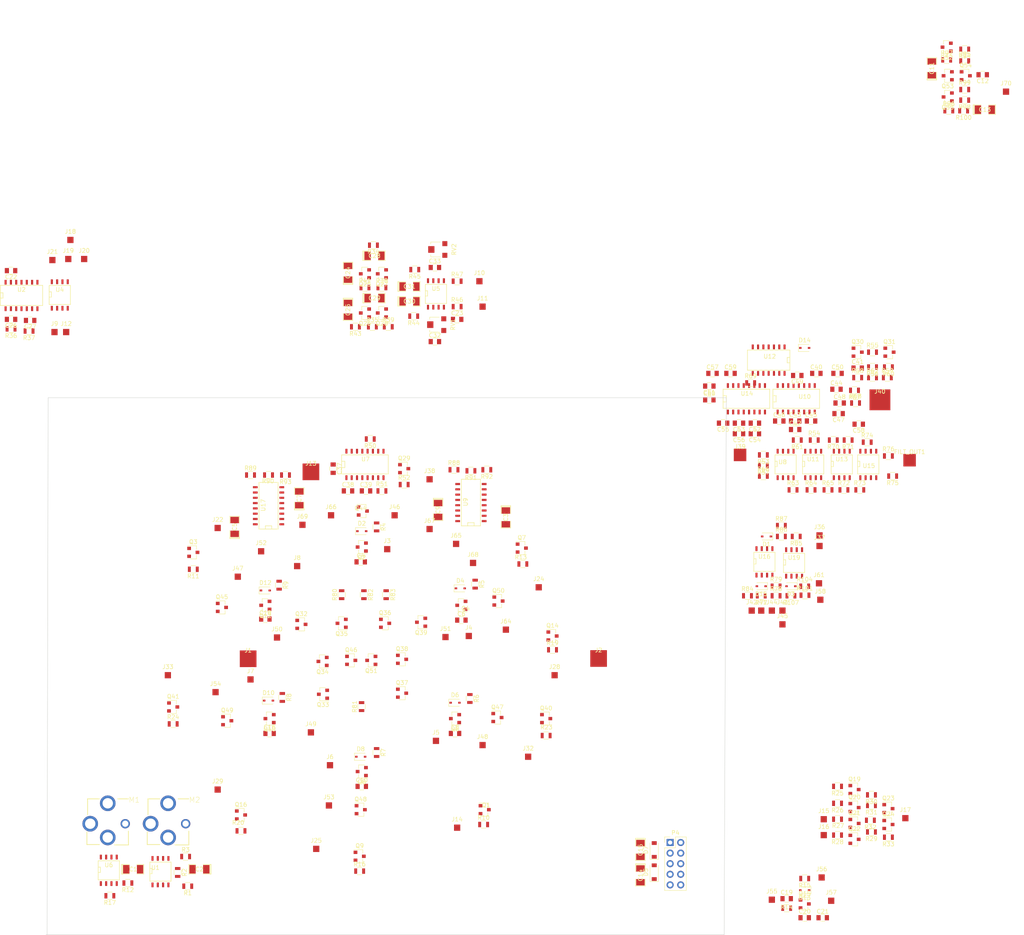
<source format=kicad_pcb>
(kicad_pcb (version 20171130) (host pcbnew "(6.0.0-rc1-dev-209-g91e3d21d6)")
  (layers (0 F.Cu signal) (31 B.Cu signal) (34 B.Paste user) (35 F.Paste user) (36 B.SilkS user) (37 F.SilkS user) (38 B.Mask user) (39 F.Mask user) (44 Edge.Cuts user))
  (net 0 "")
  (net 1 "Net-(C1-Pad1)")
  (net 2 "Net-(C1-Pad2)")
  (net 3 "Net-(C2-Pad2)")
  (net 4 "Net-(C2-Pad1)")
  (net 5 "Net-(C3-Pad1)")
  (net 6 "Net-(C3-Pad2)")
  (net 7 "Net-(C4-Pad1)")
  (net 8 "Net-(C4-Pad2)")
  (net 9 "Net-(C5-Pad1)")
  (net 10 "Net-(C5-Pad2)")
  (net 11 "Net-(C6-Pad2)")
  (net 12 "Net-(C6-Pad1)")
  (net 13 "Net-(C7-Pad1)")
  (net 14 "Net-(C7-Pad2)")
  (net 15 "Net-(C8-Pad1)")
  (net 16 "Net-(C8-Pad2)")
  (net 17 "Net-(C9-Pad2)")
  (net 18 "Net-(C9-Pad1)")
  (net 19 "Net-(C10-Pad1)")
  (net 20 "Net-(C10-Pad2)")
  (net 21 "Net-(C11-Pad2)")
  (net 22 "Net-(C11-Pad1)")
  (net 23 "Net-(C12-Pad2)")
  (net 24 "Net-(C12-Pad1)")
  (net 25 "Net-(C13-Pad2)")
  (net 26 "Net-(C16-Pad1)")
  (net 27 "Net-(C16-Pad2)")
  (net 28 "Net-(C18-Pad1)")
  (net 29 "Net-(C18-Pad2)")
  (net 30 "Net-(C19-Pad1)")
  (net 31 "Net-(C19-Pad2)")
  (net 32 "Net-(C20-Pad2)")
  (net 33 GND)
  (net 34 "Net-(C21-Pad2)")
  (net 35 -12V)
  (net 36 +12V)
  (net 37 "Net-(C26-Pad2)")
  (net 38 "Net-(C27-Pad2)")
  (net 39 "Net-(C28-Pad1)")
  (net 40 "Net-(C28-Pad2)")
  (net 41 "Net-(C29-Pad2)")
  (net 42 "Net-(C29-Pad1)")
  (net 43 "Net-(C30-Pad1)")
  (net 44 "Net-(C30-Pad2)")
  (net 45 "Net-(C31-Pad1)")
  (net 46 "Net-(C31-Pad2)")
  (net 47 "Net-(C32-Pad2)")
  (net 48 "Net-(C32-Pad1)")
  (net 49 "Net-(C33-Pad1)")
  (net 50 "Net-(C33-Pad2)")
  (net 51 SR2)
  (net 52 +7.5V)
  (net 53 "Net-(C42-Pad2)")
  (net 54 "Net-(C42-Pad1)")
  (net 55 "Net-(C43-Pad2)")
  (net 56 -8V)
  (net 57 "Net-(C45-Pad2)")
  (net 58 "Net-(C46-Pad2)")
  (net 59 "Net-(C47-Pad2)")
  (net 60 "Net-(C48-Pad2)")
  (net 61 "Net-(C49-Pad2)")
  (net 62 "Net-(C50-Pad2)")
  (net 63 "Net-(C52-Pad2)")
  (net 64 "Net-(C52-Pad1)")
  (net 65 "Net-(C53-Pad2)")
  (net 66 "Net-(C54-Pad2)")
  (net 67 "Net-(C55-Pad2)")
  (net 68 "Net-(C56-Pad2)")
  (net 69 "Net-(C57-Pad2)")
  (net 70 "Net-(C58-Pad2)")
  (net 71 "Net-(C58-Pad1)")
  (net 72 "Net-(C59-Pad2)")
  (net 73 "Net-(C60-Pad2)")
  (net 74 "Net-(D1-Pad2)")
  (net 75 SR1)
  (net 76 "Net-(D2-Pad1)")
  (net 77 "Net-(D3-Pad2)")
  (net 78 "Net-(D4-Pad1)")
  (net 79 "Net-(D6-Pad1)")
  (net 80 "Net-(D8-Pad1)")
  (net 81 "Net-(D10-Pad1)")
  (net 82 "Net-(D12-Pad1)")
  (net 83 "Net-(D14-Pad2)")
  (net 84 "Net-(D14-Pad1)")
  (net 85 "Net-(D15-Pad1)")
  (net 86 "Net-(D15-Pad2)")
  (net 87 "Net-(FILT_OUT1-Pad1)")
  (net 88 "Net-(J9-Pad1)")
  (net 89 "Net-(J10-Pad1)")
  (net 90 "Net-(J11-Pad1)")
  (net 91 "Net-(J12-Pad1)")
  (net 92 "/shift register/CLOCK")
  (net 93 "Net-(J14-Pad1)")
  (net 94 "Net-(J15-Pad1)")
  (net 95 "Net-(J16-Pad1)")
  (net 96 "Net-(J17-Pad1)")
  (net 97 "Net-(J22-Pad1)")
  (net 98 "Net-(J24-Pad1)")
  (net 99 "Net-(J25-Pad1)")
  (net 100 "Net-(J28-Pad1)")
  (net 101 "Net-(J29-Pad1)")
  (net 102 "Net-(J32-Pad1)")
  (net 103 "Net-(J33-Pad1)")
  (net 104 "Net-(J36-Pad1)")
  (net 105 "Net-(J37-Pad1)")
  (net 106 "Net-(J38-Pad1)")
  (net 107 "Net-(J39-Pad1)")
  (net 108 "Net-(J40-Pad1)")
  (net 109 "Net-(J41-Pad1)")
  (net 110 "Net-(J42-Pad1)")
  (net 111 "Net-(J43-Pad1)")
  (net 112 "Net-(J46-Pad1)")
  (net 113 "Net-(J47-Pad1)")
  (net 114 "Net-(J48-Pad1)")
  (net 115 "Net-(J49-Pad1)")
  (net 116 "Net-(J50-Pad1)")
  (net 117 "Net-(J51-Pad1)")
  (net 118 "Net-(J53-Pad1)")
  (net 119 "Net-(J54-Pad1)")
  (net 120 "Net-(J56-Pad1)")
  (net 121 "Net-(J58-Pad1)")
  (net 122 "Net-(J61-Pad1)")
  (net 123 "Net-(J64-Pad1)")
  (net 124 "Net-(J68-Pad1)")
  (net 125 "Net-(J69-Pad1)")
  (net 126 "Net-(M1-Pad2)")
  (net 127 "Net-(M2-Pad3)")
  (net 128 "Net-(M2-Pad2)")
  (net 129 "/shift register/SR5")
  (net 130 "/shift register/SR9")
  (net 131 "/shift register/SR6")
  (net 132 "/shift register/SR7")
  (net 133 "Net-(Q19-Pad2)")
  (net 134 "Net-(Q19-Pad1)")
  (net 135 "Net-(Q20-Pad1)")
  (net 136 "Net-(Q21-Pad1)")
  (net 137 "Net-(Q21-Pad2)")
  (net 138 "Net-(Q21-Pad3)")
  (net 139 "Net-(Q22-Pad1)")
  (net 140 "Net-(Q23-Pad1)")
  (net 141 "Net-(Q23-Pad2)")
  (net 142 "Net-(Q24-Pad1)")
  (net 143 "Net-(Q25-Pad3)")
  (net 144 "Net-(Q26-Pad3)")
  (net 145 "Net-(Q30-Pad1)")
  (net 146 "Net-(Q31-Pad1)")
  (net 147 "Net-(Q32-Pad1)")
  (net 148 "Net-(Q32-Pad2)")
  (net 149 "Net-(Q33-Pad2)")
  (net 150 "Net-(Q34-Pad2)")
  (net 151 "Net-(Q35-Pad2)")
  (net 152 "Net-(Q36-Pad1)")
  (net 153 "Net-(Q37-Pad1)")
  (net 154 "Net-(Q39-Pad2)")
  (net 155 "/shift register/SR8")
  (net 156 "Net-(Q46-Pad3)")
  (net 157 "Net-(Q46-Pad2)")
  (net 158 "Net-(Q46-Pad1)")
  (net 159 "Net-(Q51-Pad3)")
  (net 160 "Net-(Q51-Pad2)")
  (net 161 "Net-(Q51-Pad1)")
  (net 162 "Net-(Q52-Pad2)")
  (net 163 "Net-(Q52-Pad3)")
  (net 164 "Net-(Q53-Pad3)")
  (net 165 "Net-(Q54-Pad1)")
  (net 166 "Net-(Q55-Pad1)")
  (net 167 "Net-(R1-Pad2)")
  (net 168 "Net-(R2-Pad1)")
  (net 169 "Net-(R36-Pad1)")
  (net 170 "Net-(R37-Pad1)")
  (net 171 "Net-(R53-Pad1)")
  (net 172 "Net-(R54-Pad1)")
  (net 173 "Net-(R57-Pad1)")
  (net 174 "Net-(R61-Pad1)")
  (net 175 "Net-(R63-Pad1)")
  (net 176 "Net-(R64-Pad1)")
  (net 177 "Net-(R65-Pad1)")
  (net 178 "Net-(R70-Pad1)")
  (net 179 "Net-(R71-Pad1)")
  (net 180 "Net-(R72-Pad1)")
  (net 181 "Net-(R73-Pad1)")
  (net 182 "Net-(R100-Pad1)")
  (net 183 "Net-(U1-Pad1)")
  (net 184 "Net-(U1-Pad5)")
  (net 185 "Net-(U1-Pad8)")
  (net 186 "Net-(U8-Pad1)")
  (net 187 "Net-(U8-Pad5)")
  (net 188 "Net-(U8-Pad8)")
  (net 189 "Net-(U9-Pad5)")
  (net 190 /switchedfilter/C1)
  (net 191 /switchedfilter/C2)
  (net 192 /switchedfilter/C3)
  (net 193 "Net-(U11-Pad1)")
  (net 194 "Net-(U11-Pad5)")
  (net 195 "Net-(U11-Pad8)")
  (net 196 "Net-(U12-Pad3)")
  (net 197 "Net-(U12-Pad4)")
  (net 198 "Net-(U12-Pad5)")
  (net 199 "Net-(U12-Pad6)")
  (net 200 "Net-(U13-Pad8)")
  (net 201 "Net-(U13-Pad5)")
  (net 202 "Net-(U13-Pad1)")
  (net 203 "Net-(U15-Pad1)")
  (net 204 "Net-(U15-Pad5)")
  (net 205 "Net-(U15-Pad8)")
  (net 206 "Net-(U17-Pad5)")
  (net 207 "/shift register/SR3")
  (net 208 "/shift register/SR4")
  (net 209 "Net-(J1-Pad1)")
  (net 210 "Net-(R12-Pad2)")
  (net 211 "Net-(U6-Pad8)")
  (net 212 "Net-(U6-Pad5)")
  (net 213 "Net-(U6-Pad1)")
  (net 214 "Net-(C14-Pad2)")
  (net 215 "Net-(C15-Pad1)")
  (module SMD_Packages:SMD-1206_Pol (layer F.Cu) (at 90.2335 174.5615)
    (fp_text reference C1 (at 0 0) (layer F.SilkS))
    (fp_text value 10u)
    (pad 1 smd rect (at -1.651 0) (size 1.524 2.032) (layers F.Cu F.Paste F.Mask) (net 1 "Net-(C1-Pad1)"))
    (pad 2 smd rect (at 1.651 0) (size 1.524 2.032) (layers F.Cu F.Paste F.Mask) (net 2 "Net-(C1-Pad2)"))
  )
  (module SMD_Packages:SMD-1206_Pol (layer F.Cu) (at 106.1085 174.5615 180)
    (fp_text reference C2 (at 0 0 180) (layer F.SilkS))
    (fp_text value 10u)
    (pad 2 smd rect (at 1.651 0 180) (size 1.524 2.032) (layers F.Cu F.Paste F.Mask) (net 3 "Net-(C2-Pad2)"))
    (pad 1 smd rect (at -1.651 0 180) (size 1.524 2.032) (layers F.Cu F.Paste F.Mask) (net 4 "Net-(C2-Pad1)"))
  )
  (module SMD_Packages:SMD-1206_Pol (layer F.Cu) (at 179.578 90.17 270)
    (fp_text reference C3 (at 0 0 270) (layer F.SilkS))
    (fp_text value 10u)
    (pad 1 smd rect (at -1.651 0 270) (size 1.524 2.032) (layers F.Cu F.Paste F.Mask) (net 5 "Net-(C3-Pad1)"))
    (pad 2 smd rect (at 1.651 0 270) (size 1.524 2.032) (layers F.Cu F.Paste F.Mask) (net 6 "Net-(C3-Pad2)"))
  )
  (module Capacitors_SMD:C_0805 (layer F.Cu) (at 144.78 100.838)
    (fp_text reference C4 (at 0 -1.5) (layer F.SilkS))
    (fp_text value 1N)
    (pad 1 smd rect (at -1 0) (size 1 1.25) (layers F.Cu F.Paste F.Mask) (net 7 "Net-(C4-Pad1)"))
    (pad 2 smd rect (at 1 0) (size 1 1.25) (layers F.Cu F.Paste F.Mask) (net 8 "Net-(C4-Pad2)"))
  )
  (module SMD_Packages:SMD-1206_Pol (layer F.Cu) (at 114.554 92.456 90)
    (fp_text reference C5 (at 0 0 90) (layer F.SilkS))
    (fp_text value 47u)
    (pad 1 smd rect (at -1.651 0 90) (size 1.524 2.032) (layers F.Cu F.Paste F.Mask) (net 9 "Net-(C5-Pad1)"))
    (pad 2 smd rect (at 1.651 0 90) (size 1.524 2.032) (layers F.Cu F.Paste F.Mask) (net 10 "Net-(C5-Pad2)"))
  )
  (module Capacitors_SMD:C_0805 (layer F.Cu) (at 168.91 114.808)
    (fp_text reference C6 (at 0 -1.5) (layer F.SilkS))
    (fp_text value 1N)
    (pad 2 smd rect (at 1 0) (size 1 1.25) (layers F.Cu F.Paste F.Mask) (net 11 "Net-(C6-Pad2)"))
    (pad 1 smd rect (at -1 0) (size 1 1.25) (layers F.Cu F.Paste F.Mask) (net 12 "Net-(C6-Pad1)"))
  )
  (module SMD_Packages:SMD-1206_Pol (layer F.Cu) (at 130.048 85.598 90)
    (fp_text reference C7 (at 0 0 90) (layer F.SilkS))
    (fp_text value 10u)
    (pad 1 smd rect (at -1.651 0 90) (size 1.524 2.032) (layers F.Cu F.Paste F.Mask) (net 13 "Net-(C7-Pad1)"))
    (pad 2 smd rect (at 1.651 0 90) (size 1.524 2.032) (layers F.Cu F.Paste F.Mask) (net 14 "Net-(C7-Pad2)"))
  )
  (module Capacitors_SMD:C_0805 (layer F.Cu) (at 167.386 141.986)
    (fp_text reference C8 (at 0 -1.5) (layer F.SilkS))
    (fp_text value 1N)
    (pad 1 smd rect (at -1 0) (size 1 1.25) (layers F.Cu F.Paste F.Mask) (net 15 "Net-(C8-Pad1)"))
    (pad 2 smd rect (at 1 0) (size 1 1.25) (layers F.Cu F.Paste F.Mask) (net 16 "Net-(C8-Pad2)"))
  )
  (module SMD_Packages:SMD-1206_Pol (layer F.Cu) (at 163.322 88.392 270)
    (fp_text reference C9 (at 0 0 270) (layer F.SilkS))
    (fp_text value 47u)
    (pad 2 smd rect (at 1.651 0 270) (size 1.524 2.032) (layers F.Cu F.Paste F.Mask) (net 17 "Net-(C9-Pad2)"))
    (pad 1 smd rect (at -1.651 0 270) (size 1.524 2.032) (layers F.Cu F.Paste F.Mask) (net 18 "Net-(C9-Pad1)"))
  )
  (module Capacitors_SMD:C_0805 (layer F.Cu) (at 145.034 154.686)
    (fp_text reference C10 (at 0 -1.5) (layer F.SilkS))
    (fp_text value 1N)
    (pad 1 smd rect (at -1 0) (size 1 1.25) (layers F.Cu F.Paste F.Mask) (net 19 "Net-(C10-Pad1)"))
    (pad 2 smd rect (at 1 0) (size 1 1.25) (layers F.Cu F.Paste F.Mask) (net 20 "Net-(C10-Pad2)"))
  )
  (module SMD_Packages:SMD-1206_Pol (layer F.Cu) (at 281.686 -17.526 90)
    (fp_text reference C11 (at 0 0 90) (layer F.SilkS))
    (fp_text value 22uF)
    (pad 2 smd rect (at 1.651 0 90) (size 1.524 2.032) (layers F.Cu F.Paste F.Mask) (net 21 "Net-(C11-Pad2)"))
    (pad 1 smd rect (at -1.651 0 90) (size 1.524 2.032) (layers F.Cu F.Paste F.Mask) (net 22 "Net-(C11-Pad1)"))
  )
  (module Capacitors_SMD:C_0805 (layer F.Cu) (at 293.878 -16.002 180)
    (fp_text reference C12 (at 0 -1.5 180) (layer F.SilkS))
    (fp_text value 330pF)
    (pad 2 smd rect (at 1 0 180) (size 1 1.25) (layers F.Cu F.Paste F.Mask) (net 23 "Net-(C12-Pad2)"))
    (pad 1 smd rect (at -1 0 180) (size 1 1.25) (layers F.Cu F.Paste F.Mask) (net 24 "Net-(C12-Pad1)"))
  )
  (module SMD_Packages:SMD-1206_Pol (layer F.Cu) (at 294.386 -7.62)
    (fp_text reference C13 (at 0 0) (layer F.SilkS))
    (fp_text value 22uF)
    (pad 2 smd rect (at 1.651 0) (size 1.524 2.032) (layers F.Cu F.Paste F.Mask) (net 25 "Net-(C13-Pad2)"))
    (pad 1 smd rect (at -1.651 0) (size 1.524 2.032) (layers F.Cu F.Paste F.Mask) (net 23 "Net-(C12-Pad2)"))
  )
  (module Capacitors_SMD:C_0805 (layer F.Cu) (at 122.936 141.986)
    (fp_text reference C16 (at 0 -1.5) (layer F.SilkS))
    (fp_text value 1N)
    (pad 1 smd rect (at -1 0) (size 1 1.25) (layers F.Cu F.Paste F.Mask) (net 26 "Net-(C16-Pad1)"))
    (pad 2 smd rect (at 1 0) (size 1 1.25) (layers F.Cu F.Paste F.Mask) (net 27 "Net-(C16-Pad2)"))
  )
  (module Capacitors_SMD:C_0805 (layer F.Cu) (at 121.92 114.554)
    (fp_text reference C18 (at 0 -1.5) (layer F.SilkS))
    (fp_text value 1N)
    (pad 1 smd rect (at -1 0) (size 1 1.25) (layers F.Cu F.Paste F.Mask) (net 28 "Net-(C18-Pad1)"))
    (pad 2 smd rect (at 1 0) (size 1 1.25) (layers F.Cu F.Paste F.Mask) (net 29 "Net-(C18-Pad2)"))
  )
  (module Capacitors_SMD:C_0805 (layer F.Cu) (at 246.888 181.61)
    (fp_text reference C19 (at 0 -1.5) (layer F.SilkS))
    (fp_text value 1N)
    (pad 1 smd rect (at -1 0) (size 1 1.25) (layers F.Cu F.Paste F.Mask) (net 30 "Net-(C19-Pad1)"))
    (pad 2 smd rect (at 1 0) (size 1 1.25) (layers F.Cu F.Paste F.Mask) (net 31 "Net-(C19-Pad2)"))
  )
  (module Capacitors_SMD:C_0805 (layer F.Cu) (at 251.206 186.182)
    (fp_text reference C20 (at 0 -1.5) (layer F.SilkS))
    (fp_text value 100N)
    (pad 2 smd rect (at 1 0) (size 1 1.25) (layers F.Cu F.Paste F.Mask) (net 32 "Net-(C20-Pad2)"))
    (pad 1 smd rect (at -1 0) (size 1 1.25) (layers F.Cu F.Paste F.Mask) (net 33 GND))
  )
  (module Capacitors_SMD:C_0805 (layer F.Cu) (at 255.524 186.182)
    (fp_text reference C21 (at 0 -1.5) (layer F.SilkS))
    (fp_text value 100N)
    (pad 1 smd rect (at -1 0) (size 1 1.25) (layers F.Cu F.Paste F.Mask) (net 33 GND))
    (pad 2 smd rect (at 1 0) (size 1 1.25) (layers F.Cu F.Paste F.Mask) (net 34 "Net-(C21-Pad2)"))
  )
  (module Capacitors_SMD:C_0805 (layer F.Cu) (at 60.96 30.988 180)
    (fp_text reference C22 (at 0 -1.5 180) (layer F.SilkS))
    (fp_text value 100N)
    (pad 1 smd rect (at -1 0 180) (size 1 1.25) (layers F.Cu F.Paste F.Mask) (net 35 -12V))
    (pad 2 smd rect (at 1 0 180) (size 1 1.25) (layers F.Cu F.Paste F.Mask) (net 36 +12V))
  )
  (module Capacitors_SMD:C_0805 (layer F.Cu) (at 167.894 42.672)
    (fp_text reference C23 (at 0 -1.5) (layer F.SilkS))
    (fp_text value 100N)
    (pad 1 smd rect (at -1 0) (size 1 1.25) (layers F.Cu F.Paste F.Mask) (net 35 -12V))
    (pad 2 smd rect (at 1 0) (size 1 1.25) (layers F.Cu F.Paste F.Mask) (net 36 +12V))
  )
  (module SMD_Packages:SMD-1206_Pol (layer F.Cu) (at 141.732 31.496 90)
    (fp_text reference C24 (at 0 0 90) (layer F.SilkS))
    (fp_text value 47u)
    (pad 2 smd rect (at 1.651 0 90) (size 1.524 2.032) (layers F.Cu F.Paste F.Mask) (net 33 GND))
    (pad 1 smd rect (at -1.651 0 90) (size 1.524 2.032) (layers F.Cu F.Paste F.Mask) (net 36 +12V))
  )
  (module SMD_Packages:SMD-1206_Pol (layer F.Cu) (at 141.732 40.386 270)
    (fp_text reference C25 (at 0 0 270) (layer F.SilkS))
    (fp_text value 47u)
    (pad 2 smd rect (at 1.651 0 270) (size 1.524 2.032) (layers F.Cu F.Paste F.Mask) (net 33 GND))
    (pad 1 smd rect (at -1.651 0 270) (size 1.524 2.032) (layers F.Cu F.Paste F.Mask) (net 36 +12V))
  )
  (module Capacitors_SMD:C_0805 (layer F.Cu) (at 60.96 42.672 180)
    (fp_text reference C26 (at 0 -1.5 180) (layer F.SilkS))
    (fp_text value 1N)
    (pad 1 smd rect (at -1 0 180) (size 1 1.25) (layers F.Cu F.Paste F.Mask) (net 33 GND))
    (pad 2 smd rect (at 1 0 180) (size 1 1.25) (layers F.Cu F.Paste F.Mask) (net 37 "Net-(C26-Pad2)"))
  )
  (module Capacitors_SMD:C_0805 (layer F.Cu) (at 65.532 42.926 180)
    (fp_text reference C27 (at 0 -1.5 180) (layer F.SilkS))
    (fp_text value 100N)
    (pad 1 smd rect (at -1 0 180) (size 1 1.25) (layers F.Cu F.Paste F.Mask) (net 33 GND))
    (pad 2 smd rect (at 1 0 180) (size 1 1.25) (layers F.Cu F.Paste F.Mask) (net 38 "Net-(C27-Pad2)"))
  )
  (module SMD_Packages:SMD-1206_Pol (layer F.Cu) (at 148.082 27.432)
    (fp_text reference C28 (at 0 0) (layer F.SilkS))
    (fp_text value 47u)
    (pad 1 smd rect (at -1.651 0) (size 1.524 2.032) (layers F.Cu F.Paste F.Mask) (net 39 "Net-(C28-Pad1)"))
    (pad 2 smd rect (at 1.651 0) (size 1.524 2.032) (layers F.Cu F.Paste F.Mask) (net 40 "Net-(C28-Pad2)"))
  )
  (module SMD_Packages:SMD-1206_Pol (layer F.Cu) (at 148.082 37.592)
    (fp_text reference C29 (at 0 0) (layer F.SilkS))
    (fp_text value 47u)
    (pad 2 smd rect (at 1.651 0) (size 1.524 2.032) (layers F.Cu F.Paste F.Mask) (net 41 "Net-(C29-Pad2)"))
    (pad 1 smd rect (at -1.651 0) (size 1.524 2.032) (layers F.Cu F.Paste F.Mask) (net 42 "Net-(C29-Pad1)"))
  )
  (module SMD_Packages:SMD-1206_Pol (layer F.Cu) (at 156.464 38.354)
    (fp_text reference C30 (at 0 0) (layer F.SilkS))
    (fp_text value 10u)
    (pad 1 smd rect (at -1.651 0) (size 1.524 2.032) (layers F.Cu F.Paste F.Mask) (net 43 "Net-(C30-Pad1)"))
    (pad 2 smd rect (at 1.651 0) (size 1.524 2.032) (layers F.Cu F.Paste F.Mask) (net 44 "Net-(C30-Pad2)"))
  )
  (module SMD_Packages:SMD-1206_Pol (layer F.Cu) (at 156.464 34.798)
    (fp_text reference C31 (at 0 0) (layer F.SilkS))
    (fp_text value 10u)
    (pad 1 smd rect (at -1.651 0) (size 1.524 2.032) (layers F.Cu F.Paste F.Mask) (net 45 "Net-(C31-Pad1)"))
    (pad 2 smd rect (at 1.651 0) (size 1.524 2.032) (layers F.Cu F.Paste F.Mask) (net 46 "Net-(C31-Pad2)"))
  )
  (module Capacitors_SMD:C_0805 (layer F.Cu) (at 162.56 48.006)
    (fp_text reference C32 (at 0 -1.5) (layer F.SilkS))
    (fp_text value 10p)
    (pad 2 smd rect (at 1 0) (size 1 1.25) (layers F.Cu F.Paste F.Mask) (net 47 "Net-(C32-Pad2)"))
    (pad 1 smd rect (at -1 0) (size 1 1.25) (layers F.Cu F.Paste F.Mask) (net 48 "Net-(C32-Pad1)"))
  )
  (module Capacitors_SMD:C_0805 (layer F.Cu) (at 162.56 30.226)
    (fp_text reference C33 (at 0 -1.5) (layer F.SilkS))
    (fp_text value 10p)
    (pad 1 smd rect (at -1 0) (size 1 1.25) (layers F.Cu F.Paste F.Mask) (net 49 "Net-(C33-Pad1)"))
    (pad 2 smd rect (at 1 0) (size 1 1.25) (layers F.Cu F.Paste F.Mask) (net 50 "Net-(C33-Pad2)"))
  )
  (module Capacitors_SMD:C_0805 (layer F.Cu) (at 138.176 78.486 270)
    (fp_text reference C37 (at 0 -1.5 270) (layer F.SilkS))
    (fp_text value 100N)
    (pad 1 smd rect (at -1 0 270) (size 1 1.25) (layers F.Cu F.Paste F.Mask) (net 36 +12V))
    (pad 2 smd rect (at 1 0 270) (size 1 1.25) (layers F.Cu F.Paste F.Mask) (net 33 GND))
  )
  (module Capacitors_SMD:C_0805 (layer F.Cu) (at 141.732 83.82)
    (fp_text reference C38 (at 0 -1.5) (layer F.SilkS))
    (fp_text value 1N)
    (pad 2 smd rect (at 1 0) (size 1 1.25) (layers F.Cu F.Paste F.Mask) (net 33 GND))
    (pad 1 smd rect (at -1 0) (size 1 1.25) (layers F.Cu F.Paste F.Mask) (net 51 SR2))
  )
  (module Capacitors_SMD:C_0805 (layer F.Cu) (at 146.05 83.82)
    (fp_text reference C39 (at 0 -1.5) (layer F.SilkS))
    (fp_text value 1N)
    (pad 1 smd rect (at -1 0) (size 1 1.25) (layers F.Cu F.Paste F.Mask) (net 130 "/shift register/SR9"))
    (pad 2 smd rect (at 1 0) (size 1 1.25) (layers F.Cu F.Paste F.Mask) (net 33 GND))
  )
  (module Capacitors_SMD:C_0805 (layer F.Cu) (at 254 55.626)
    (fp_text reference C40 (at 0 -1.5) (layer F.SilkS))
    (fp_text value 100nF)
    (pad 2 smd rect (at 1 0) (size 1 1.25) (layers F.Cu F.Paste F.Mask) (net 33 GND))
    (pad 1 smd rect (at -1 0) (size 1 1.25) (layers F.Cu F.Paste F.Mask) (net 52 +7.5V))
  )
  (module Capacitors_SMD:C_0805 (layer F.Cu) (at 263.906 54.356)
    (fp_text reference C41 (at 0 -1.5) (layer F.SilkS))
    (fp_text value 100nF)
    (pad 2 smd rect (at 1 0) (size 1 1.25) (layers F.Cu F.Paste F.Mask) (net 33 GND))
    (pad 1 smd rect (at -1 0) (size 1 1.25) (layers F.Cu F.Paste F.Mask) (net 52 +7.5V))
  )
  (module Capacitors_SMD:C_0805 (layer F.Cu) (at 248.92 69.088)
    (fp_text reference C42 (at 0 -1.5) (layer F.SilkS))
    (fp_text value 47nF)
    (pad 2 smd rect (at 1 0) (size 1 1.25) (layers F.Cu F.Paste F.Mask) (net 53 "Net-(C42-Pad2)"))
    (pad 1 smd rect (at -1 0) (size 1 1.25) (layers F.Cu F.Paste F.Mask) (net 54 "Net-(C42-Pad1)"))
  )
  (module Capacitors_SMD:C_0805 (layer F.Cu) (at 248.92 67.056)
    (fp_text reference C43 (at 0 -1.5) (layer F.SilkS))
    (fp_text value 47nF)
    (pad 2 smd rect (at 1 0) (size 1 1.25) (layers F.Cu F.Paste F.Mask) (net 55 "Net-(C43-Pad2)"))
    (pad 1 smd rect (at -1 0) (size 1 1.25) (layers F.Cu F.Paste F.Mask) (net 54 "Net-(C42-Pad1)"))
  )
  (module Capacitors_SMD:C_0805 (layer F.Cu) (at 258.826 59.436)
    (fp_text reference C44 (at 0 -1.5) (layer F.SilkS))
    (fp_text value 100nF)
    (pad 2 smd rect (at 1 0) (size 1 1.25) (layers F.Cu F.Paste F.Mask) (net 33 GND))
    (pad 1 smd rect (at -1 0) (size 1 1.25) (layers F.Cu F.Paste F.Mask) (net 56 -8V))
  )
  (module Capacitors_SMD:C_0805 (layer F.Cu) (at 252.73 67.056)
    (fp_text reference C45 (at 0 -1.5) (layer F.SilkS))
    (fp_text value 47nF)
    (pad 2 smd rect (at 1 0) (size 1 1.25) (layers F.Cu F.Paste F.Mask) (net 57 "Net-(C45-Pad2)"))
    (pad 1 smd rect (at -1 0) (size 1 1.25) (layers F.Cu F.Paste F.Mask) (net 54 "Net-(C42-Pad1)"))
  )
  (module Capacitors_SMD:C_0805 (layer F.Cu) (at 245.11 67.056)
    (fp_text reference C46 (at 0 -1.5) (layer F.SilkS))
    (fp_text value 47nF)
    (pad 2 smd rect (at 1 0) (size 1 1.25) (layers F.Cu F.Paste F.Mask) (net 58 "Net-(C46-Pad2)"))
    (pad 1 smd rect (at -1 0) (size 1 1.25) (layers F.Cu F.Paste F.Mask) (net 54 "Net-(C42-Pad1)"))
  )
  (module Capacitors_SMD:C_0805 (layer F.Cu) (at 259.334 65.278 180)
    (fp_text reference C47 (at 0 -1.5 180) (layer F.SilkS))
    (fp_text value 47nF)
    (pad 1 smd rect (at -1 0 180) (size 1 1.25) (layers F.Cu F.Paste F.Mask) (net 54 "Net-(C42-Pad1)"))
    (pad 2 smd rect (at 1 0 180) (size 1 1.25) (layers F.Cu F.Paste F.Mask) (net 59 "Net-(C47-Pad2)"))
  )
  (module Capacitors_SMD:C_0805 (layer F.Cu) (at 259.588 62.738)
    (fp_text reference C48 (at 0 -1.5) (layer F.SilkS))
    (fp_text value 47nF)
    (pad 1 smd rect (at -1 0) (size 1 1.25) (layers F.Cu F.Paste F.Mask) (net 54 "Net-(C42-Pad1)"))
    (pad 2 smd rect (at 1 0) (size 1 1.25) (layers F.Cu F.Paste F.Mask) (net 60 "Net-(C48-Pad2)"))
  )
  (module Capacitors_SMD:C_0805 (layer F.Cu) (at 249.428 56.134 180)
    (fp_text reference C49 (at 0 -1.5 180) (layer F.SilkS))
    (fp_text value 47nF)
    (pad 2 smd rect (at 1 0 180) (size 1 1.25) (layers F.Cu F.Paste F.Mask) (net 61 "Net-(C49-Pad2)"))
    (pad 1 smd rect (at -1 0 180) (size 1 1.25) (layers F.Cu F.Paste F.Mask) (net 54 "Net-(C42-Pad1)"))
  )
  (module Capacitors_SMD:C_0805 (layer F.Cu) (at 259.08 55.626)
    (fp_text reference C50 (at 0 -1.5) (layer F.SilkS))
    (fp_text value 47nF)
    (pad 1 smd rect (at -1 0) (size 1 1.25) (layers F.Cu F.Paste F.Mask) (net 54 "Net-(C42-Pad1)"))
    (pad 2 smd rect (at 1 0) (size 1 1.25) (layers F.Cu F.Paste F.Mask) (net 62 "Net-(C50-Pad2)"))
  )
  (module Capacitors_SMD:C_0805 (layer F.Cu) (at 228.346 58.674 180)
    (fp_text reference C51 (at 0 -1.5 180) (layer F.SilkS))
    (fp_text value 100nF)
    (pad 1 smd rect (at -1 0 180) (size 1 1.25) (layers F.Cu F.Paste F.Mask) (net 52 +7.5V))
    (pad 2 smd rect (at 1 0 180) (size 1 1.25) (layers F.Cu F.Paste F.Mask) (net 33 GND))
  )
  (module Capacitors_SMD:C_0805 (layer F.Cu) (at 239.268 67.564 180)
    (fp_text reference C52 (at 0 -1.5 180) (layer F.SilkS))
    (fp_text value 47nF)
    (pad 2 smd rect (at 1 0 180) (size 1 1.25) (layers F.Cu F.Paste F.Mask) (net 63 "Net-(C52-Pad2)"))
    (pad 1 smd rect (at -1 0 180) (size 1 1.25) (layers F.Cu F.Paste F.Mask) (net 64 "Net-(C52-Pad1)"))
  )
  (module Capacitors_SMD:C_0805 (layer F.Cu) (at 235.458 67.564 180)
    (fp_text reference C53 (at 0 -1.5 180) (layer F.SilkS))
    (fp_text value 47nF)
    (pad 1 smd rect (at -1 0 180) (size 1 1.25) (layers F.Cu F.Paste F.Mask) (net 64 "Net-(C52-Pad1)"))
    (pad 2 smd rect (at 1 0 180) (size 1 1.25) (layers F.Cu F.Paste F.Mask) (net 65 "Net-(C53-Pad2)"))
  )
  (module Capacitors_SMD:C_0805 (layer F.Cu) (at 239.268 70.104 180)
    (fp_text reference C54 (at 0 -1.5 180) (layer F.SilkS))
    (fp_text value 47nF)
    (pad 2 smd rect (at 1 0 180) (size 1 1.25) (layers F.Cu F.Paste F.Mask) (net 66 "Net-(C54-Pad2)"))
    (pad 1 smd rect (at -1 0 180) (size 1 1.25) (layers F.Cu F.Paste F.Mask) (net 64 "Net-(C52-Pad1)"))
  )
  (module Capacitors_SMD:C_0805 (layer F.Cu) (at 231.648 67.564 180)
    (fp_text reference C55 (at 0 -1.5 180) (layer F.SilkS))
    (fp_text value 47nF)
    (pad 1 smd rect (at -1 0 180) (size 1 1.25) (layers F.Cu F.Paste F.Mask) (net 64 "Net-(C52-Pad1)"))
    (pad 2 smd rect (at 1 0 180) (size 1 1.25) (layers F.Cu F.Paste F.Mask) (net 67 "Net-(C55-Pad2)"))
  )
  (module Capacitors_SMD:C_0805 (layer F.Cu) (at 235.458 70.104 180)
    (fp_text reference C56 (at 0 -1.5 180) (layer F.SilkS))
    (fp_text value 47nF)
    (pad 2 smd rect (at 1 0 180) (size 1 1.25) (layers F.Cu F.Paste F.Mask) (net 68 "Net-(C56-Pad2)"))
    (pad 1 smd rect (at -1 0 180) (size 1 1.25) (layers F.Cu F.Paste F.Mask) (net 64 "Net-(C52-Pad1)"))
  )
  (module Capacitors_SMD:C_0805 (layer F.Cu) (at 229.108 55.626)
    (fp_text reference C57 (at 0 -1.5) (layer F.SilkS))
    (fp_text value 47nF)
    (pad 1 smd rect (at -1 0) (size 1 1.25) (layers F.Cu F.Paste F.Mask) (net 64 "Net-(C52-Pad1)"))
    (pad 2 smd rect (at 1 0) (size 1 1.25) (layers F.Cu F.Paste F.Mask) (net 69 "Net-(C57-Pad2)"))
  )
  (module Capacitors_SMD:C_0805 (layer F.Cu) (at 264.16 67.818 180)
    (fp_text reference C58 (at 0 -1.5 180) (layer F.SilkS))
    (fp_text value 100pF)
    (pad 2 smd rect (at 1 0 180) (size 1 1.25) (layers F.Cu F.Paste F.Mask) (net 70 "Net-(C58-Pad2)"))
    (pad 1 smd rect (at -1 0 180) (size 1 1.25) (layers F.Cu F.Paste F.Mask) (net 71 "Net-(C58-Pad1)"))
  )
  (module Capacitors_SMD:C_0805 (layer F.Cu) (at 233.426 55.626)
    (fp_text reference C59 (at 0 -1.5) (layer F.SilkS))
    (fp_text value 47nF)
    (pad 2 smd rect (at 1 0) (size 1 1.25) (layers F.Cu F.Paste F.Mask) (net 72 "Net-(C59-Pad2)"))
    (pad 1 smd rect (at -1 0) (size 1 1.25) (layers F.Cu F.Paste F.Mask) (net 64 "Net-(C52-Pad1)"))
  )
  (module Capacitors_SMD:C_0805 (layer F.Cu) (at 228.346 61.976)
    (fp_text reference C60 (at 0 -1.5) (layer F.SilkS))
    (fp_text value 47nF)
    (pad 2 smd rect (at 1 0) (size 1 1.25) (layers F.Cu F.Paste F.Mask) (net 73 "Net-(C60-Pad2)"))
    (pad 1 smd rect (at -1 0) (size 1 1.25) (layers F.Cu F.Paste F.Mask) (net 64 "Net-(C52-Pad1)"))
  )
  (module Diodes_SMD:D_SOD-323 (layer F.Cu) (at 242.062 94.742 180)
    (fp_text reference D1 (at 0 -1.85 180) (layer F.SilkS))
    (fp_text value 1n914/4148)
    (pad 2 smd rect (at 1.05 0 180) (size 0.6 0.45) (layers F.Cu F.Paste F.Mask) (net 74 "Net-(D1-Pad2)"))
    (pad 1 smd rect (at -1.05 0 180) (size 0.6 0.45) (layers F.Cu F.Paste F.Mask) (net 75 SR1))
  )
  (module Diodes_SMD:D_SOD-323 (layer F.Cu) (at 145.034 93.472)
    (fp_text reference D2 (at 0 -1.85) (layer F.SilkS))
    (fp_text value 1n4148)
    (pad 1 smd rect (at -1.05 0) (size 0.6 0.45) (layers F.Cu F.Paste F.Mask) (net 76 "Net-(D2-Pad1)"))
    (pad 2 smd rect (at 1.05 0) (size 0.6 0.45) (layers F.Cu F.Paste F.Mask) (net 12 "Net-(C6-Pad1)"))
  )
  (module Diodes_SMD:D_SOD-323 (layer F.Cu) (at 247.904 106.68 180)
    (fp_text reference D3 (at 0 -1.85 180) (layer F.SilkS))
    (fp_text value 1n914/4148)
    (pad 2 smd rect (at 1.05 0 180) (size 0.6 0.45) (layers F.Cu F.Paste F.Mask) (net 77 "Net-(D3-Pad2)"))
    (pad 1 smd rect (at -1.05 0 180) (size 0.6 0.45) (layers F.Cu F.Paste F.Mask) (net 51 SR2))
  )
  (module Diodes_SMD:D_SOD-323 (layer F.Cu) (at 168.656 107.188)
    (fp_text reference D4 (at 0 -1.85) (layer F.SilkS))
    (fp_text value 1n4148)
    (pad 2 smd rect (at 1.05 0) (size 0.6 0.45) (layers F.Cu F.Paste F.Mask) (net 15 "Net-(C8-Pad1)"))
    (pad 1 smd rect (at -1.05 0) (size 0.6 0.45) (layers F.Cu F.Paste F.Mask) (net 78 "Net-(D4-Pad1)"))
  )
  (module Diodes_SMD:D_SOD-323 (layer F.Cu) (at 167.386 134.62)
    (fp_text reference D6 (at 0 -1.85) (layer F.SilkS))
    (fp_text value 1n4148)
    (pad 1 smd rect (at -1.05 0) (size 0.6 0.45) (layers F.Cu F.Paste F.Mask) (net 79 "Net-(D6-Pad1)"))
    (pad 2 smd rect (at 1.05 0) (size 0.6 0.45) (layers F.Cu F.Paste F.Mask) (net 19 "Net-(C10-Pad1)"))
  )
  (module Diodes_SMD:D_SOD-323 (layer F.Cu) (at 144.78 147.574)
    (fp_text reference D8 (at 0 -1.85) (layer F.SilkS))
    (fp_text value 1n4148)
    (pad 2 smd rect (at 1.05 0) (size 0.6 0.45) (layers F.Cu F.Paste F.Mask) (net 26 "Net-(C16-Pad1)"))
    (pad 1 smd rect (at -1.05 0) (size 0.6 0.45) (layers F.Cu F.Paste F.Mask) (net 80 "Net-(D8-Pad1)"))
  )
  (module Diodes_SMD:D_SOD-323 (layer F.Cu) (at 122.682 134.112)
    (fp_text reference D10 (at 0 -1.85) (layer F.SilkS))
    (fp_text value 1n4148)
    (pad 2 smd rect (at 1.05 0) (size 0.6 0.45) (layers F.Cu F.Paste F.Mask) (net 28 "Net-(C18-Pad1)"))
    (pad 1 smd rect (at -1.05 0) (size 0.6 0.45) (layers F.Cu F.Paste F.Mask) (net 81 "Net-(D10-Pad1)"))
  )
  (module Diodes_SMD:D_SOD-323 (layer F.Cu) (at 121.92 107.696)
    (fp_text reference D12 (at 0 -1.85) (layer F.SilkS))
    (fp_text value 1n4148)
    (pad 1 smd rect (at -1.05 0) (size 0.6 0.45) (layers F.Cu F.Paste F.Mask) (net 82 "Net-(D12-Pad1)"))
    (pad 2 smd rect (at 1.05 0) (size 0.6 0.45) (layers F.Cu F.Paste F.Mask) (net 7 "Net-(C4-Pad1)"))
  )
  (module Diodes_SMD:D_SOD-323 (layer F.Cu) (at 251.206 179.578 180)
    (fp_text reference D13 (at 0 -1.85 180) (layer F.SilkS))
    (fp_text value 1n4148)
    (pad 2 smd rect (at 1.05 0 180) (size 0.6 0.45) (layers F.Cu F.Paste F.Mask) (net 34 "Net-(C21-Pad2)"))
    (pad 1 smd rect (at -1.05 0 180) (size 0.6 0.45) (layers F.Cu F.Paste F.Mask) (net 32 "Net-(C20-Pad2)"))
  )
  (module Diodes_SMD:D_SOD-323 (layer F.Cu) (at 251.206 49.53)
    (fp_text reference D14 (at 0 -1.85) (layer F.SilkS))
    (fp_text value 1N4148)
    (pad 2 smd rect (at 1.05 0) (size 0.6 0.45) (layers F.Cu F.Paste F.Mask) (net 83 "Net-(D14-Pad2)"))
    (pad 1 smd rect (at -1.05 0) (size 0.6 0.45) (layers F.Cu F.Paste F.Mask) (net 84 "Net-(D14-Pad1)"))
  )
  (module Diodes_SMD:D_SOD-323 (layer F.Cu) (at 240.792 106.68 180)
    (fp_text reference D15 (at 0 -1.85 180) (layer F.SilkS))
    (fp_text value 1n914/4148)
    (pad 1 smd rect (at -1.05 0 180) (size 0.6 0.45) (layers F.Cu F.Paste F.Mask) (net 85 "Net-(D15-Pad1)"))
    (pad 2 smd rect (at 1.05 0 180) (size 0.6 0.45) (layers F.Cu F.Paste F.Mask) (net 86 "Net-(D15-Pad2)"))
  )
  (module Measurement_Points:Measurement_Point_Square-SMD-Pad_Small (layer F.Cu) (at 276.352 76.454)
    (fp_text reference FILT_OUT1 (at 0 -2) (layer F.SilkS))
    (fp_text value JOUT)
    (pad 1 smd rect (at 0 0) (size 3 3) (layers F.Cu F.Mask) (net 87 "Net-(FILT_OUT1-Pad1)"))
  )
  (module Measurement_Points:Measurement_Point_Square-SMD-Pad_Small (layer F.Cu) (at 117.7925 124.079)
    (fp_text reference J1 (at 0 -2) (layer F.SilkS))
    (fp_text value "MAIN IN")
    (pad 1 smd rect (at 0 0) (size 4 4) (layers F.Cu F.Mask) (net 209 "Net-(J1-Pad1)"))
  )
  (module Measurement_Points:Measurement_Point_Square-SMD-Pad_Small (layer F.Cu) (at 201.803 124.0155)
    (fp_text reference J2 (at 0 -2) (layer F.SilkS))
    (fp_text value "MAIN OUT")
    (pad 1 smd rect (at 0 0) (size 4 4) (layers F.Cu F.Mask) (net 4 "Net-(C2-Pad1)"))
  )
  (module Measurement_Points:Measurement_Point_Square-SMD-Pad_Small (layer F.Cu) (at 151.13 97.79)
    (fp_text reference J3 (at 0 -2) (layer F.SilkS))
    (fp_text value our)
    (pad 1 smd rect (at 0 0) (size 1.5 1.5) (layers F.Cu F.Mask) (net 12 "Net-(C6-Pad1)"))
  )
  (module Measurement_Points:Measurement_Point_Square-SMD-Pad_Small (layer F.Cu) (at 170.688 118.618)
    (fp_text reference J4 (at 0 -2) (layer F.SilkS))
    (fp_text value our)
    (pad 1 smd rect (at 0 0) (size 1.5 1.5) (layers F.Cu F.Mask) (net 15 "Net-(C8-Pad1)"))
  )
  (module Measurement_Points:Measurement_Point_Square-SMD-Pad_Small (layer F.Cu) (at 162.814 143.764)
    (fp_text reference J5 (at 0 -2) (layer F.SilkS))
    (fp_text value our)
    (pad 1 smd rect (at 0 0) (size 1.5 1.5) (layers F.Cu F.Mask) (net 19 "Net-(C10-Pad1)"))
  )
  (module Measurement_Points:Measurement_Point_Square-SMD-Pad_Small (layer F.Cu) (at 137.414 149.606)
    (fp_text reference J6 (at 0 -2) (layer F.SilkS))
    (fp_text value our)
    (pad 1 smd rect (at 0 0) (size 1.5 1.5) (layers F.Cu F.Mask) (net 26 "Net-(C16-Pad1)"))
  )
  (module Measurement_Points:Measurement_Point_Square-SMD-Pad_Small (layer F.Cu) (at 118.364 129.032)
    (fp_text reference J7 (at 0 -2) (layer F.SilkS))
    (fp_text value our)
    (pad 1 smd rect (at 0 0) (size 1.5 1.5) (layers F.Cu F.Mask) (net 28 "Net-(C18-Pad1)"))
  )
  (module Measurement_Points:Measurement_Point_Square-SMD-Pad_Small (layer F.Cu) (at 129.54 101.854)
    (fp_text reference J8 (at 0 -2) (layer F.SilkS))
    (fp_text value our)
    (pad 1 smd rect (at 0 0) (size 1.5 1.5) (layers F.Cu F.Mask) (net 7 "Net-(C4-Pad1)"))
  )
  (module Measurement_Points:Measurement_Point_Square-SMD-Pad_Small (layer F.Cu) (at 71.374 45.72)
    (fp_text reference J9 (at 0 -2) (layer F.SilkS))
    (fp_text value osc1out)
    (pad 1 smd rect (at 0 0) (size 1.5 1.5) (layers F.Cu F.Mask) (net 88 "Net-(J9-Pad1)"))
  )
  (module Measurement_Points:Measurement_Point_Square-SMD-Pad_Small (layer F.Cu) (at 173.228 33.528)
    (fp_text reference J10 (at 0 -2) (layer F.SilkS))
    (fp_text value noise2_out)
    (pad 1 smd rect (at 0 0) (size 1.5 1.5) (layers F.Cu F.Mask) (net 89 "Net-(J10-Pad1)"))
  )
  (module Measurement_Points:Measurement_Point_Square-SMD-Pad_Small (layer F.Cu) (at 173.99 39.624)
    (fp_text reference J11 (at 0 -2) (layer F.SilkS))
    (fp_text value noise1_out)
    (pad 1 smd rect (at 0 0) (size 1.5 1.5) (layers F.Cu F.Mask) (net 90 "Net-(J11-Pad1)"))
  )
  (module Measurement_Points:Measurement_Point_Square-SMD-Pad_Small (layer F.Cu) (at 74.168 45.72)
    (fp_text reference J12 (at 0 -2) (layer F.SilkS))
    (fp_text value osc2out)
    (pad 1 smd rect (at 0 0) (size 1.5 1.5) (layers F.Cu F.Mask) (net 91 "Net-(J12-Pad1)"))
  )
  (module Measurement_Points:Measurement_Point_Square-SMD-Pad_Small (layer F.Cu) (at 132.842 79.248)
    (fp_text reference J13 (at 0 -2) (layer F.SilkS))
    (fp_text value "CLOCK IN")
    (pad 1 smd rect (at 0 0) (size 4 4) (layers F.Cu F.Mask) (net 92 "/shift register/CLOCK"))
  )
  (module Measurement_Points:Measurement_Point_Square-SMD-Pad_Small (layer F.Cu) (at 167.894 164.592)
    (fp_text reference J14 (at 0 -2) (layer F.SilkS))
    (fp_text value SROUT5)
    (pad 1 smd rect (at 0 0) (size 1.5 1.5) (layers F.Cu F.Mask) (net 93 "Net-(J14-Pad1)"))
  )
  (module Measurement_Points:Measurement_Point_Square-SMD-Pad_Small (layer F.Cu) (at 255.778 162.56)
    (fp_text reference J15 (at 0 -2) (layer F.SilkS))
    (fp_text value "XOR IN")
    (pad 1 smd rect (at 0 0) (size 1.5 1.5) (layers F.Cu F.Mask) (net 94 "Net-(J15-Pad1)"))
  )
  (module Measurement_Points:Measurement_Point_Square-SMD-Pad_Small (layer F.Cu) (at 255.778 166.37)
    (fp_text reference J16 (at 0 -2) (layer F.SilkS))
    (fp_text value "XOR IN")
    (pad 1 smd rect (at 0 0) (size 1.5 1.5) (layers F.Cu F.Mask) (net 95 "Net-(J16-Pad1)"))
  )
  (module Measurement_Points:Measurement_Point_Square-SMD-Pad_Small (layer F.Cu) (at 275.336 162.306)
    (fp_text reference J17 (at 0 -2) (layer F.SilkS))
    (fp_text value "XOR OUT")
    (pad 1 smd rect (at 0 0) (size 1.5 1.5) (layers F.Cu F.Mask) (net 96 "Net-(J17-Pad1)"))
  )
  (module Measurement_Points:Measurement_Point_Square-SMD-Pad_Small (layer F.Cu) (at 75.184 23.622)
    (fp_text reference J18 (at 0 -2) (layer F.SilkS))
    (fp_text value osc1)
    (pad 1 smd rect (at 0 0) (size 1.5 1.5) (layers F.Cu F.Mask) (net 37 "Net-(C26-Pad2)"))
  )
  (module Measurement_Points:Measurement_Point_Square-SMD-Pad_Small (layer F.Cu) (at 74.676 28.194)
    (fp_text reference J19 (at 0 -2) (layer F.SilkS))
    (fp_text value osc1)
    (pad 1 smd rect (at 0 0) (size 1.5 1.5) (layers F.Cu F.Mask) (net 33 GND))
  )
  (module Measurement_Points:Measurement_Point_Square-SMD-Pad_Small (layer F.Cu) (at 78.486 28.194)
    (fp_text reference J20 (at 0 -2) (layer F.SilkS))
    (fp_text value osc2)
    (pad 1 smd rect (at 0 0) (size 1.5 1.5) (layers F.Cu F.Mask) (net 38 "Net-(C27-Pad2)"))
  )
  (module Measurement_Points:Measurement_Point_Square-SMD-Pad_Small (layer F.Cu) (at 70.866 28.448)
    (fp_text reference J21 (at 0 -2) (layer F.SilkS))
    (fp_text value osc2)
    (pad 1 smd rect (at 0 0) (size 1.5 1.5) (layers F.Cu F.Mask) (net 33 GND))
  )
  (module Measurement_Points:Measurement_Point_Square-SMD-Pad_Small (layer F.Cu) (at 110.49 92.71)
    (fp_text reference J22 (at 0 -2) (layer F.SilkS))
    (fp_text value SROUT9)
    (pad 1 smd rect (at 0 0) (size 1.5 1.5) (layers F.Cu F.Mask) (net 97 "Net-(J22-Pad1)"))
  )
  (module Measurement_Points:Measurement_Point_Square-SMD-Pad_Small (layer F.Cu) (at 187.452 106.934)
    (fp_text reference J24 (at 0 -2) (layer F.SilkS))
    (fp_text value SROUT2)
    (pad 1 smd rect (at 0 0) (size 1.5 1.5) (layers F.Cu F.Mask) (net 98 "Net-(J24-Pad1)"))
  )
  (module Measurement_Points:Measurement_Point_Square-SMD-Pad_Small (layer F.Cu) (at 134.112 169.672)
    (fp_text reference J25 (at 0 -2) (layer F.SilkS))
    (fp_text value SROUT6)
    (pad 1 smd rect (at 0 0) (size 1.5 1.5) (layers F.Cu F.Mask) (net 99 "Net-(J25-Pad1)"))
  )
  (module Measurement_Points:Measurement_Point_Square-SMD-Pad_Small (layer F.Cu) (at 191.262 128.016)
    (fp_text reference J28 (at 0 -2) (layer F.SilkS))
    (fp_text value SROUT3)
    (pad 1 smd rect (at 0 0) (size 1.5 1.5) (layers F.Cu F.Mask) (net 100 "Net-(J28-Pad1)"))
  )
  (module Measurement_Points:Measurement_Point_Square-SMD-Pad_Small (layer F.Cu) (at 110.49 155.448)
    (fp_text reference J29 (at 0 -2) (layer F.SilkS))
    (fp_text value SROUT7)
    (pad 1 smd rect (at 0 0) (size 1.5 1.5) (layers F.Cu F.Mask) (net 101 "Net-(J29-Pad1)"))
  )
  (module Measurement_Points:Measurement_Point_Square-SMD-Pad_Small (layer F.Cu) (at 184.912 147.574)
    (fp_text reference J32 (at 0 -2) (layer F.SilkS))
    (fp_text value SROUT4)
    (pad 1 smd rect (at 0 0) (size 1.5 1.5) (layers F.Cu F.Mask) (net 102 "Net-(J32-Pad1)"))
  )
  (module Measurement_Points:Measurement_Point_Square-SMD-Pad_Small (layer F.Cu) (at 98.552 128.016)
    (fp_text reference J33 (at 0 -2) (layer F.SilkS))
    (fp_text value SROUT8)
    (pad 1 smd rect (at 0 0) (size 1.5 1.5) (layers F.Cu F.Mask) (net 103 "Net-(J33-Pad1)"))
  )
  (module Measurement_Points:Measurement_Point_Square-SMD-Pad_Small (layer F.Cu) (at 254.762 94.488)
    (fp_text reference J36 (at 0 -2) (layer F.SilkS))
    (fp_text value compsr1)
    (pad 1 smd rect (at 0 0) (size 1.5 1.5) (layers F.Cu F.Mask) (net 104 "Net-(J36-Pad1)"))
  )
  (module Measurement_Points:Measurement_Point_Square-SMD-Pad_Small (layer F.Cu) (at 254.762 97.028)
    (fp_text reference J37 (at 0 -2) (layer F.SilkS))
    (fp_text value compsr1)
    (pad 1 smd rect (at 0 0) (size 1.5 1.5) (layers F.Cu F.Mask) (net 105 "Net-(J37-Pad1)"))
  )
  (module Measurement_Points:Measurement_Point_Square-SMD-Pad_Small (layer F.Cu) (at 161.29 81.026)
    (fp_text reference J38 (at 0 -2) (layer F.SilkS))
    (fp_text value SROUT1)
    (pad 1 smd rect (at 0 0) (size 1.5 1.5) (layers F.Cu F.Mask) (net 106 "Net-(J38-Pad1)"))
  )
  (module Measurement_Points:Measurement_Point_Square-SMD-Pad_Small (layer F.Cu) (at 235.712 75.184)
    (fp_text reference J39 (at 0 -2) (layer F.SilkS))
    (fp_text value FILT_IN)
    (pad 1 smd rect (at 0 0) (size 3 3) (layers F.Cu F.Mask) (net 107 "Net-(J39-Pad1)"))
  )
  (module Measurement_Points:Measurement_Point_Square-SMD-Pad_Small (layer F.Cu) (at 269.24 61.976)
    (fp_text reference J40 (at 0 -2) (layer F.SilkS))
    (fp_text value clock)
    (pad 1 smd rect (at 0 0) (size 5 5) (layers F.Cu F.Mask) (net 108 "Net-(J40-Pad1)"))
  )
  (module Measurement_Points:Measurement_Point_Square-SMD-Pad_Small (layer F.Cu) (at 240.792 112.522)
    (fp_text reference J41 (at 0 -2) (layer F.SilkS))
    (fp_text value compin2)
    (pad 1 smd rect (at 0 0) (size 1.5 1.5) (layers F.Cu F.Mask) (net 109 "Net-(J41-Pad1)"))
  )
  (module Measurement_Points:Measurement_Point_Square-SMD-Pad_Small (layer F.Cu) (at 238.506 112.522)
    (fp_text reference J42 (at 0 -2) (layer F.SilkS))
    (fp_text value compin1)
    (pad 1 smd rect (at 0 0) (size 1.5 1.5) (layers F.Cu F.Mask) (net 110 "Net-(J42-Pad1)"))
  )
  (module Measurement_Points:Measurement_Point_Square-SMD-Pad_Small (layer F.Cu) (at 245.872 112.522)
    (fp_text reference J43 (at 0 -2) (layer F.SilkS))
    (fp_text value compin3)
    (pad 1 smd rect (at 0 0) (size 1.5 1.5) (layers F.Cu F.Mask) (net 111 "Net-(J43-Pad1)"))
  )
  (module Measurement_Points:Measurement_Point_Square-SMD-Pad_Small (layer F.Cu) (at 243.332 112.522)
    (fp_text reference J44 (at 0 -2) (layer F.SilkS))
    (fp_text value +12v)
    (pad 1 smd rect (at 0 0) (size 1.5 1.5) (layers F.Cu F.Mask) (net 36 +12V))
  )
  (module Measurement_Points:Measurement_Point_Square-SMD-Pad_Small (layer F.Cu) (at 245.872 115.824)
    (fp_text reference J45 (at 0 -2) (layer F.SilkS))
    (fp_text value compout)
    (pad 1 smd rect (at 0 0) (size 1.5 1.5) (layers F.Cu F.Mask) (net 85 "Net-(D15-Pad1)"))
  )
  (module Measurement_Points:Measurement_Point_Square-SMD-Pad_Small (layer F.Cu) (at 152.908 89.662)
    (fp_text reference J46 (at 0 -2) (layer F.SilkS))
    (fp_text value p)
    (pad 1 smd rect (at 0 0) (size 1.5 1.5) (layers F.Cu F.Mask) (net 112 "Net-(J46-Pad1)"))
  )
  (module Measurement_Points:Measurement_Point_Square-SMD-Pad_Small (layer F.Cu) (at 115.316 104.394)
    (fp_text reference J47 (at 0 -2) (layer F.SilkS))
    (fp_text value p)
    (pad 1 smd rect (at 0 0) (size 1.5 1.5) (layers F.Cu F.Mask) (net 113 "Net-(J47-Pad1)"))
  )
  (module Measurement_Points:Measurement_Point_Square-SMD-Pad_Small (layer F.Cu) (at 173.99 144.78)
    (fp_text reference J48 (at 0 -2) (layer F.SilkS))
    (fp_text value p)
    (pad 1 smd rect (at 0 0) (size 1.5 1.5) (layers F.Cu F.Mask) (net 114 "Net-(J48-Pad1)"))
  )
  (module Measurement_Points:Measurement_Point_Square-SMD-Pad_Small (layer F.Cu) (at 132.842 141.732)
    (fp_text reference J49 (at 0 -2) (layer F.SilkS))
    (fp_text value opcompin1)
    (pad 1 smd rect (at 0 0) (size 1.5 1.5) (layers F.Cu F.Mask) (net 115 "Net-(J49-Pad1)"))
  )
  (module Measurement_Points:Measurement_Point_Square-SMD-Pad_Small (layer F.Cu) (at 124.714 118.9736)
    (fp_text reference J50 (at 0 -2) (layer F.SilkS))
    (fp_text value opcompout)
    (pad 1 smd rect (at 0 0) (size 1.5 1.5) (layers F.Cu F.Mask) (net 116 "Net-(J50-Pad1)"))
  )
  (module Measurement_Points:Measurement_Point_Square-SMD-Pad_Small (layer F.Cu) (at 165.1 118.872)
    (fp_text reference J51 (at 0 -2) (layer F.SilkS))
    (fp_text value opcompin2)
    (pad 1 smd rect (at 0 0) (size 1.5 1.5) (layers F.Cu F.Mask) (net 117 "Net-(J51-Pad1)"))
  )
  (module Measurement_Points:Measurement_Point_Square-SMD-Pad_Small (layer F.Cu) (at 120.904 98.298)
    (fp_text reference J52 (at 0 -2) (layer F.SilkS))
    (fp_text value p)
    (pad 1 smd rect (at 0 0) (size 1.5 1.5) (layers F.Cu F.Mask) (net 9 "Net-(C5-Pad1)"))
  )
  (module Measurement_Points:Measurement_Point_Square-SMD-Pad_Small (layer F.Cu) (at 137.16 159.258)
    (fp_text reference J53 (at 0 -2) (layer F.SilkS))
    (fp_text value p)
    (pad 1 smd rect (at 0 0) (size 1.5 1.5) (layers F.Cu F.Mask) (net 118 "Net-(J53-Pad1)"))
  )
  (module Measurement_Points:Measurement_Point_Square-SMD-Pad_Small (layer F.Cu) (at 109.982 132.08)
    (fp_text reference J54 (at 0 -2) (layer F.SilkS))
    (fp_text value p)
    (pad 1 smd rect (at 0 0) (size 1.5 1.5) (layers F.Cu F.Mask) (net 119 "Net-(J54-Pad1)"))
  )
  (module Measurement_Points:Measurement_Point_Square-SMD-Pad_Small (layer F.Cu) (at 243.332 181.864)
    (fp_text reference J55 (at 0 -2) (layer F.SilkS))
    (fp_text value "ENV SIG")
    (pad 1 smd rect (at 0 0) (size 1.5 1.5) (layers F.Cu F.Mask) (net 30 "Net-(C19-Pad1)"))
  )
  (module Measurement_Points:Measurement_Point_Square-SMD-Pad_Small (layer F.Cu) (at 255.27 176.53)
    (fp_text reference J56 (at 0 -2) (layer F.SilkS))
    (fp_text value "ENV IN")
    (pad 1 smd rect (at 0 0) (size 1.5 1.5) (layers F.Cu F.Mask) (net 120 "Net-(J56-Pad1)"))
  )
  (module Measurement_Points:Measurement_Point_Square-SMD-Pad_Small (layer F.Cu) (at 257.556 182.118)
    (fp_text reference J57 (at 0 -2) (layer F.SilkS))
    (fp_text value "ENV OUT")
    (pad 1 smd rect (at 0 0) (size 1.5 1.5) (layers F.Cu F.Mask) (net 34 "Net-(C21-Pad2)"))
  )
  (module Measurement_Points:Measurement_Point_Square-SMD-Pad_Small (layer F.Cu) (at 254.9525 109.9185)
    (fp_text reference J58 (at 0 -2) (layer F.SilkS))
    (fp_text value compsr2)
    (pad 1 smd rect (at 0 0) (size 1.5 1.5) (layers F.Cu F.Mask) (net 121 "Net-(J58-Pad1)"))
  )
  (module Measurement_Points:Measurement_Point_Square-SMD-Pad_Small (layer F.Cu) (at 254.635 105.9815)
    (fp_text reference J61 (at 0 -2) (layer F.SilkS))
    (fp_text value compsr2)
    (pad 1 smd rect (at 0 0) (size 1.5 1.5) (layers F.Cu F.Mask) (net 122 "Net-(J61-Pad1)"))
  )
  (module Measurement_Points:Measurement_Point_Square-SMD-Pad_Small (layer F.Cu) (at 179.578 117.094)
    (fp_text reference J64 (at 0 -2) (layer F.SilkS))
    (fp_text value p)
    (pad 1 smd rect (at 0 0) (size 1.5 1.5) (layers F.Cu F.Mask) (net 123 "Net-(J64-Pad1)"))
  )
  (module Measurement_Points:Measurement_Point_Square-SMD-Pad_Small (layer F.Cu) (at 167.64 96.52)
    (fp_text reference J65 (at 0 -2) (layer F.SilkS))
    (fp_text value p)
    (pad 1 smd rect (at 0 0) (size 1.5 1.5) (layers F.Cu F.Mask) (net 6 "Net-(C3-Pad2)"))
  )
  (module Measurement_Points:Measurement_Point_Square-SMD-Pad_Small (layer F.Cu) (at 137.668 89.662)
    (fp_text reference J66 (at 0 -2) (layer F.SilkS))
    (fp_text value p)
    (pad 1 smd rect (at 0 0) (size 1.5 1.5) (layers F.Cu F.Mask) (net 14 "Net-(C7-Pad2)"))
  )
  (module Measurement_Points:Measurement_Point_Square-SMD-Pad_Small (layer F.Cu) (at 161.29 92.964)
    (fp_text reference J67 (at 0 -2) (layer F.SilkS))
    (fp_text value p)
    (pad 1 smd rect (at 0 0) (size 1.5 1.5) (layers F.Cu F.Mask) (net 18 "Net-(C9-Pad1)"))
  )
  (module Measurement_Points:Measurement_Point_Square-SMD-Pad_Small (layer F.Cu) (at 171.704 101.092)
    (fp_text reference J68 (at 0 -2) (layer F.SilkS))
    (fp_text value p)
    (pad 1 smd rect (at 0 0) (size 1.5 1.5) (layers F.Cu F.Mask) (net 124 "Net-(J68-Pad1)"))
  )
  (module Measurement_Points:Measurement_Point_Square-SMD-Pad_Small (layer F.Cu) (at 130.81 91.948)
    (fp_text reference J69 (at 0 -2) (layer F.SilkS))
    (fp_text value p)
    (pad 1 smd rect (at 0 0) (size 1.5 1.5) (layers F.Cu F.Mask) (net 125 "Net-(J69-Pad1)"))
  )
  (module Measurement_Points:Measurement_Point_Square-SMD-Pad_Small (layer F.Cu) (at 299.466 -11.938)
    (fp_text reference J70 (at 0 -2) (layer F.SilkS))
    (fp_text value snoise_out)
    (pad 1 smd rect (at 0 0) (size 1.5 1.5) (layers F.Cu F.Mask) (net 25 "Net-(C13-Pad2)"))
  )
  (module erthenvar:ERTHENVAR-JACK (layer F.Cu) (at 84.1375 163.6395)
    (fp_text reference M1 (at 6.35 -5.715) (layer F.SilkS) (effects (font (size 1.27 1.27) (thickness 0.1016))))
    (fp_text value AUDIO-JACKERTHENVAR-erthenvar hide)
    (pad 1@2 thru_hole oval (at 4.19862 0 90) (size 2.2479 2.2479) (drill 1.4986) (layers *.Cu *.Mask) (net 33 GND))
    (pad 2 thru_hole oval (at 0 3.29946 90) (size 3.74904 3.74904) (drill 2.49936) (layers *.Cu *.Mask) (net 126 "Net-(M1-Pad2)"))
    (pad 3 thru_hole oval (at 0 -4.89966 90) (size 3.74904 3.74904) (drill 2.49936) (layers *.Cu *.Mask) (net 2 "Net-(C1-Pad2)"))
    (pad 1@1 thru_hole oval (at -4.19862 0 90) (size 3.74904 3.74904) (drill 2.49936) (layers *.Cu *.Mask) (net 33 GND))
  )
  (module erthenvar:ERTHENVAR-JACK (layer F.Cu) (at 98.6155 163.6395)
    (fp_text reference M2 (at 6.35 -5.715) (layer F.SilkS) (effects (font (size 1.27 1.27) (thickness 0.1016))))
    (fp_text value AUDIO-JACKERTHENVAR-erthenvar hide)
    (pad 1@1 thru_hole oval (at -4.19862 0 90) (size 3.74904 3.74904) (drill 2.49936) (layers *.Cu *.Mask) (net 33 GND))
    (pad 3 thru_hole oval (at 0 -4.89966 90) (size 3.74904 3.74904) (drill 2.49936) (layers *.Cu *.Mask) (net 127 "Net-(M2-Pad3)"))
    (pad 2 thru_hole oval (at 0 3.29946 90) (size 3.74904 3.74904) (drill 2.49936) (layers *.Cu *.Mask) (net 128 "Net-(M2-Pad2)"))
    (pad 1@2 thru_hole oval (at 4.19862 0 90) (size 2.2479 2.2479) (drill 1.4986) (layers *.Cu *.Mask) (net 33 GND))
  )
  (module Pin_Headers:Pin_Header_Straight_2x05_Pitch2.54mm (layer F.Cu) (at 218.948 168.148)
    (fp_text reference P4 (at 1.27 -2.33) (layer F.SilkS))
    (fp_text value CONN_02X05)
    (pad 1 thru_hole rect (at 0 0) (size 1.7 1.7) (drill 1) (layers *.Cu *.Mask) (net 215 "Net-(C15-Pad1)"))
    (pad 2 thru_hole oval (at 2.54 0) (size 1.7 1.7) (drill 1) (layers *.Cu *.Mask) (net 215 "Net-(C15-Pad1)"))
    (pad 3 thru_hole oval (at 0 2.54) (size 1.7 1.7) (drill 1) (layers *.Cu *.Mask) (net 33 GND))
    (pad 4 thru_hole oval (at 2.54 2.54) (size 1.7 1.7) (drill 1) (layers *.Cu *.Mask) (net 33 GND))
    (pad 5 thru_hole oval (at 0 5.08) (size 1.7 1.7) (drill 1) (layers *.Cu *.Mask) (net 33 GND))
    (pad 6 thru_hole oval (at 2.54 5.08) (size 1.7 1.7) (drill 1) (layers *.Cu *.Mask) (net 33 GND))
    (pad 7 thru_hole oval (at 0 7.62) (size 1.7 1.7) (drill 1) (layers *.Cu *.Mask) (net 33 GND))
    (pad 8 thru_hole oval (at 2.54 7.62) (size 1.7 1.7) (drill 1) (layers *.Cu *.Mask) (net 33 GND))
    (pad 9 thru_hole oval (at 0 10.16) (size 1.7 1.7) (drill 1) (layers *.Cu *.Mask) (net 214 "Net-(C14-Pad2)"))
    (pad 10 thru_hole oval (at 2.54 10.16) (size 1.7 1.7) (drill 1) (layers *.Cu *.Mask) (net 214 "Net-(C14-Pad2)"))
  )
  (module TO_SOT_Packages_SMD:SOT-23 (layer F.Cu) (at 174.498 160.274)
    (fp_text reference Q1 (at 0.328999 -1.071001) (layer F.SilkS))
    (fp_text value MMBT3904)
    (pad 1 smd rect (at -1 -0.95) (size 0.9 0.8) (layers F.Cu F.Paste F.Mask) (net 129 "/shift register/SR5"))
    (pad 2 smd rect (at -1 0.95) (size 0.9 0.8) (layers F.Cu F.Paste F.Mask) (net 93 "Net-(J14-Pad1)"))
    (pad 3 smd rect (at 1 0) (size 0.9 0.8) (layers F.Cu F.Paste F.Mask) (net 36 +12V))
  )
  (module TO_SOT_Packages_SMD:SOT-23 (layer F.Cu) (at 145.034 97.282 180)
    (fp_text reference Q2 (at 0 -2.5 180) (layer F.SilkS))
    (fp_text value Q_NPN_BEC)
    (pad 1 smd rect (at -1 -0.95 180) (size 0.9 0.8) (layers F.Cu F.Paste F.Mask) (net 8 "Net-(C4-Pad2)"))
    (pad 2 smd rect (at -1 0.95 180) (size 0.9 0.8) (layers F.Cu F.Paste F.Mask) (net 33 GND))
    (pad 3 smd rect (at 1 0 180) (size 0.9 0.8) (layers F.Cu F.Paste F.Mask) (net 76 "Net-(D2-Pad1)"))
  )
  (module TO_SOT_Packages_SMD:SOT-23 (layer F.Cu) (at 104.648 98.552)
    (fp_text reference Q3 (at 0 -2.5) (layer F.SilkS))
    (fp_text value MMBT3904)
    (pad 1 smd rect (at -1 -0.95) (size 0.9 0.8) (layers F.Cu F.Paste F.Mask) (net 130 "/shift register/SR9"))
    (pad 2 smd rect (at -1 0.95) (size 0.9 0.8) (layers F.Cu F.Paste F.Mask) (net 97 "Net-(J22-Pad1)"))
    (pad 3 smd rect (at 1 0) (size 0.9 0.8) (layers F.Cu F.Paste F.Mask) (net 36 +12V))
  )
  (module TO_SOT_Packages_SMD:SOT-23 (layer F.Cu) (at 168.91 111.252 180)
    (fp_text reference Q4 (at -1.016 -0.762 180) (layer F.SilkS))
    (fp_text value Q_NPN_BEC)
    (pad 3 smd rect (at 1 0 180) (size 0.9 0.8) (layers F.Cu F.Paste F.Mask) (net 78 "Net-(D4-Pad1)"))
    (pad 2 smd rect (at -1 0.95 180) (size 0.9 0.8) (layers F.Cu F.Paste F.Mask) (net 33 GND))
    (pad 1 smd rect (at -1 -0.95 180) (size 0.9 0.8) (layers F.Cu F.Paste F.Mask) (net 11 "Net-(C6-Pad2)"))
  )
  (module TO_SOT_Packages_SMD:SOT-23 (layer F.Cu) (at 167.386 138.43 180)
    (fp_text reference Q6 (at 0 -2.5 180) (layer F.SilkS))
    (fp_text value Q_NPN_BEC)
    (pad 1 smd rect (at -1 -0.95 180) (size 0.9 0.8) (layers F.Cu F.Paste F.Mask) (net 16 "Net-(C8-Pad2)"))
    (pad 2 smd rect (at -1 0.95 180) (size 0.9 0.8) (layers F.Cu F.Paste F.Mask) (net 33 GND))
    (pad 3 smd rect (at 1 0 180) (size 0.9 0.8) (layers F.Cu F.Paste F.Mask) (net 79 "Net-(D6-Pad1)"))
  )
  (module TO_SOT_Packages_SMD:SOT-23 (layer F.Cu) (at 183.388 97.536)
    (fp_text reference Q7 (at 0 -2.5) (layer F.SilkS))
    (fp_text value MMBT3904)
    (pad 1 smd rect (at -1 -0.95) (size 0.9 0.8) (layers F.Cu F.Paste F.Mask) (net 51 SR2))
    (pad 2 smd rect (at -1 0.95) (size 0.9 0.8) (layers F.Cu F.Paste F.Mask) (net 98 "Net-(J24-Pad1)"))
    (pad 3 smd rect (at 1 0) (size 0.9 0.8) (layers F.Cu F.Paste F.Mask) (net 36 +12V))
  )
  (module TO_SOT_Packages_SMD:SOT-23 (layer F.Cu) (at 145.034 151.13 180)
    (fp_text reference Q8 (at 0 -2.5 180) (layer F.SilkS))
    (fp_text value Q_NPN_BEC)
    (pad 1 smd rect (at -1 -0.95 180) (size 0.9 0.8) (layers F.Cu F.Paste F.Mask) (net 20 "Net-(C10-Pad2)"))
    (pad 2 smd rect (at -1 0.95 180) (size 0.9 0.8) (layers F.Cu F.Paste F.Mask) (net 33 GND))
    (pad 3 smd rect (at 1 0 180) (size 0.9 0.8) (layers F.Cu F.Paste F.Mask) (net 80 "Net-(D8-Pad1)"))
  )
  (module TO_SOT_Packages_SMD:SOT-23 (layer F.Cu) (at 144.526 171.45)
    (fp_text reference Q9 (at 0 -2.5) (layer F.SilkS))
    (fp_text value MMBT3904)
    (pad 3 smd rect (at 1 0) (size 0.9 0.8) (layers F.Cu F.Paste F.Mask) (net 36 +12V))
    (pad 2 smd rect (at -1 0.95) (size 0.9 0.8) (layers F.Cu F.Paste F.Mask) (net 99 "Net-(J25-Pad1)"))
    (pad 1 smd rect (at -1 -0.95) (size 0.9 0.8) (layers F.Cu F.Paste F.Mask) (net 131 "/shift register/SR6"))
  )
  (module TO_SOT_Packages_SMD:SOT-23 (layer F.Cu) (at 122.936 138.43 180)
    (fp_text reference Q10 (at 0 -2.5 180) (layer F.SilkS))
    (fp_text value Q_NPN_BEC)
    (pad 1 smd rect (at -1 -0.95 180) (size 0.9 0.8) (layers F.Cu F.Paste F.Mask) (net 27 "Net-(C16-Pad2)"))
    (pad 2 smd rect (at -1 0.95 180) (size 0.9 0.8) (layers F.Cu F.Paste F.Mask) (net 33 GND))
    (pad 3 smd rect (at 1 0 180) (size 0.9 0.8) (layers F.Cu F.Paste F.Mask) (net 81 "Net-(D10-Pad1)"))
  )
  (module TO_SOT_Packages_SMD:SOT-23 (layer F.Cu) (at 121.92 111.252 180)
    (fp_text reference Q12 (at 0 -2.5 180) (layer F.SilkS))
    (fp_text value Q_NPN_BEC)
    (pad 3 smd rect (at 1 0 180) (size 0.9 0.8) (layers F.Cu F.Paste F.Mask) (net 82 "Net-(D12-Pad1)"))
    (pad 2 smd rect (at -1 0.95 180) (size 0.9 0.8) (layers F.Cu F.Paste F.Mask) (net 33 GND))
    (pad 1 smd rect (at -1 -0.95 180) (size 0.9 0.8) (layers F.Cu F.Paste F.Mask) (net 29 "Net-(C18-Pad2)"))
  )
  (module TO_SOT_Packages_SMD:SOT-23 (layer F.Cu) (at 190.754 118.618)
    (fp_text reference Q14 (at 0 -2.5) (layer F.SilkS))
    (fp_text value MMBT3904)
    (pad 3 smd rect (at 1 0) (size 0.9 0.8) (layers F.Cu F.Paste F.Mask) (net 36 +12V))
    (pad 2 smd rect (at -1 0.95) (size 0.9 0.8) (layers F.Cu F.Paste F.Mask) (net 100 "Net-(J28-Pad1)"))
    (pad 1 smd rect (at -1 -0.95) (size 0.9 0.8) (layers F.Cu F.Paste F.Mask) (net 207 "/shift register/SR3"))
  )
  (module TO_SOT_Packages_SMD:SOT-23 (layer F.Cu) (at 251.206 182.88)
    (fp_text reference Q15 (at 0 -2.5) (layer F.SilkS))
    (fp_text value Q_NPN_BEC)
    (pad 3 smd rect (at 1 0) (size 0.9 0.8) (layers F.Cu F.Paste F.Mask) (net 32 "Net-(C20-Pad2)"))
    (pad 2 smd rect (at -1 0.95) (size 0.9 0.8) (layers F.Cu F.Paste F.Mask) (net 33 GND))
    (pad 1 smd rect (at -1 -0.95) (size 0.9 0.8) (layers F.Cu F.Paste F.Mask) (net 31 "Net-(C19-Pad2)"))
  )
  (module TO_SOT_Packages_SMD:SOT-23 (layer F.Cu) (at 116.078 161.544)
    (fp_text reference Q16 (at 0 -2.5) (layer F.SilkS))
    (fp_text value MMBT3904)
    (pad 1 smd rect (at -1 -0.95) (size 0.9 0.8) (layers F.Cu F.Paste F.Mask) (net 132 "/shift register/SR7"))
    (pad 2 smd rect (at -1 0.95) (size 0.9 0.8) (layers F.Cu F.Paste F.Mask) (net 101 "Net-(J29-Pad1)"))
    (pad 3 smd rect (at 1 0) (size 0.9 0.8) (layers F.Cu F.Paste F.Mask) (net 36 +12V))
  )
  (module TO_SOT_Packages_SMD:SOT-23 (layer F.Cu) (at 263.144 155.448)
    (fp_text reference Q19 (at 0 -2.5) (layer F.SilkS))
    (fp_text value Q_NPN_BEC)
    (pad 3 smd rect (at 1 0) (size 0.9 0.8) (layers F.Cu F.Paste F.Mask) (net 36 +12V))
    (pad 2 smd rect (at -1 0.95) (size 0.9 0.8) (layers F.Cu F.Paste F.Mask) (net 133 "Net-(Q19-Pad2)"))
    (pad 1 smd rect (at -1 -0.95) (size 0.9 0.8) (layers F.Cu F.Paste F.Mask) (net 134 "Net-(Q19-Pad1)"))
  )
  (module TO_SOT_Packages_SMD:SOT-23 (layer F.Cu) (at 263.144 159.766)
    (fp_text reference Q20 (at 0 -2.5) (layer F.SilkS))
    (fp_text value Q_NPN_BEC)
    (pad 1 smd rect (at -1 -0.95) (size 0.9 0.8) (layers F.Cu F.Paste F.Mask) (net 135 "Net-(Q20-Pad1)"))
    (pad 2 smd rect (at -1 0.95) (size 0.9 0.8) (layers F.Cu F.Paste F.Mask) (net 133 "Net-(Q19-Pad2)"))
    (pad 3 smd rect (at 1 0) (size 0.9 0.8) (layers F.Cu F.Paste F.Mask) (net 36 +12V))
  )
  (module TO_SOT_Packages_SMD:SOT-23 (layer F.Cu) (at 263.144 163.576)
    (fp_text reference Q21 (at 0 -2.5) (layer F.SilkS))
    (fp_text value Q_NPN_BEC)
    (pad 1 smd rect (at -1 -0.95) (size 0.9 0.8) (layers F.Cu F.Paste F.Mask) (net 136 "Net-(Q21-Pad1)"))
    (pad 2 smd rect (at -1 0.95) (size 0.9 0.8) (layers F.Cu F.Paste F.Mask) (net 137 "Net-(Q21-Pad2)"))
    (pad 3 smd rect (at 1 0) (size 0.9 0.8) (layers F.Cu F.Paste F.Mask) (net 138 "Net-(Q21-Pad3)"))
  )
  (module TO_SOT_Packages_SMD:SOT-23 (layer F.Cu) (at 263.144 167.386)
    (fp_text reference Q22 (at 0 -2.5) (layer F.SilkS))
    (fp_text value Q_NPN_BEC)
    (pad 3 smd rect (at 1 0) (size 0.9 0.8) (layers F.Cu F.Paste F.Mask) (net 137 "Net-(Q21-Pad2)"))
    (pad 2 smd rect (at -1 0.95) (size 0.9 0.8) (layers F.Cu F.Paste F.Mask) (net 33 GND))
    (pad 1 smd rect (at -1 -0.95) (size 0.9 0.8) (layers F.Cu F.Paste F.Mask) (net 139 "Net-(Q22-Pad1)"))
  )
  (module TO_SOT_Packages_SMD:SOT-23 (layer F.Cu) (at 271.272 160.02)
    (fp_text reference Q23 (at 0 -2.5) (layer F.SilkS))
    (fp_text value Q_NPN_BEC)
    (pad 1 smd rect (at -1 -0.95) (size 0.9 0.8) (layers F.Cu F.Paste F.Mask) (net 140 "Net-(Q23-Pad1)"))
    (pad 2 smd rect (at -1 0.95) (size 0.9 0.8) (layers F.Cu F.Paste F.Mask) (net 141 "Net-(Q23-Pad2)"))
    (pad 3 smd rect (at 1 0) (size 0.9 0.8) (layers F.Cu F.Paste F.Mask) (net 36 +12V))
  )
  (module TO_SOT_Packages_SMD:SOT-23 (layer F.Cu) (at 271.272 163.83)
    (fp_text reference Q24 (at 0 -2.5) (layer F.SilkS))
    (fp_text value Q_NPN_BEC)
    (pad 3 smd rect (at 1 0) (size 0.9 0.8) (layers F.Cu F.Paste F.Mask) (net 141 "Net-(Q23-Pad2)"))
    (pad 2 smd rect (at -1 0.95) (size 0.9 0.8) (layers F.Cu F.Paste F.Mask) (net 96 "Net-(J17-Pad1)"))
    (pad 1 smd rect (at -1 -0.95) (size 0.9 0.8) (layers F.Cu F.Paste F.Mask) (net 142 "Net-(Q24-Pad1)"))
  )
  (module TO_SOT_Packages_SMD:SOT-23 (layer F.Cu) (at 145.796 31.75 180)
    (fp_text reference Q25 (at 0 -2.5 180) (layer F.SilkS))
    (fp_text value Q_NPN_BEC)
    (pad 1 smd rect (at -1 -0.95 180) (size 0.9 0.8) (layers F.Cu F.Paste F.Mask) (net 33 GND))
    (pad 2 smd rect (at -1 0.95 180) (size 0.9 0.8) (layers F.Cu F.Paste F.Mask) (net 39 "Net-(C28-Pad1)"))
    (pad 3 smd rect (at 1 0 180) (size 0.9 0.8) (layers F.Cu F.Paste F.Mask) (net 143 "Net-(Q25-Pad3)"))
  )
  (module TO_SOT_Packages_SMD:SOT-23 (layer F.Cu) (at 145.796 41.148 180)
    (fp_text reference Q26 (at 0 -2.5 180) (layer F.SilkS))
    (fp_text value Q_NPN_BEC)
    (pad 3 smd rect (at 1 0 180) (size 0.9 0.8) (layers F.Cu F.Paste F.Mask) (net 144 "Net-(Q26-Pad3)"))
    (pad 2 smd rect (at -1 0.95 180) (size 0.9 0.8) (layers F.Cu F.Paste F.Mask) (net 42 "Net-(C29-Pad1)"))
    (pad 1 smd rect (at -1 -0.95 180) (size 0.9 0.8) (layers F.Cu F.Paste F.Mask) (net 33 GND))
  )
  (module TO_SOT_Packages_SMD:SOT-23 (layer F.Cu) (at 149.86 31.75 180)
    (fp_text reference Q27 (at 0 -2.5 180) (layer F.SilkS))
    (fp_text value Q_NPN_BEC)
    (pad 3 smd rect (at 1 0 180) (size 0.9 0.8) (layers F.Cu F.Paste F.Mask) (net 43 "Net-(C30-Pad1)"))
    (pad 2 smd rect (at -1 0.95 180) (size 0.9 0.8) (layers F.Cu F.Paste F.Mask) (net 33 GND))
    (pad 1 smd rect (at -1 -0.95 180) (size 0.9 0.8) (layers F.Cu F.Paste F.Mask) (net 40 "Net-(C28-Pad2)"))
  )
  (module TO_SOT_Packages_SMD:SOT-23 (layer F.Cu) (at 149.86 41.148 180)
    (fp_text reference Q28 (at 0 -2.5 180) (layer F.SilkS))
    (fp_text value Q_NPN_BEC)
    (pad 3 smd rect (at 1 0 180) (size 0.9 0.8) (layers F.Cu F.Paste F.Mask) (net 45 "Net-(C31-Pad1)"))
    (pad 2 smd rect (at -1 0.95 180) (size 0.9 0.8) (layers F.Cu F.Paste F.Mask) (net 33 GND))
    (pad 1 smd rect (at -1 -0.95 180) (size 0.9 0.8) (layers F.Cu F.Paste F.Mask) (net 41 "Net-(C29-Pad2)"))
  )
  (module TO_SOT_Packages_SMD:SOT-23 (layer F.Cu) (at 155.194 78.486)
    (fp_text reference Q29 (at 0 -2.5) (layer F.SilkS))
    (fp_text value MMBT3904)
    (pad 3 smd rect (at 1 0) (size 0.9 0.8) (layers F.Cu F.Paste F.Mask) (net 36 +12V))
    (pad 2 smd rect (at -1 0.95) (size 0.9 0.8) (layers F.Cu F.Paste F.Mask) (net 106 "Net-(J38-Pad1)"))
    (pad 1 smd rect (at -1 -0.95) (size 0.9 0.8) (layers F.Cu F.Paste F.Mask) (net 75 SR1))
  )
  (module TO_SOT_Packages_SMD:SOT-23 (layer F.Cu) (at 263.906 50.546)
    (fp_text reference Q30 (at 0 -2.5) (layer F.SilkS))
    (fp_text value Q_NPN_BEC)
    (pad 1 smd rect (at -1 -0.95) (size 0.9 0.8) (layers F.Cu F.Paste F.Mask) (net 145 "Net-(Q30-Pad1)"))
    (pad 2 smd rect (at -1 0.95) (size 0.9 0.8) (layers F.Cu F.Paste F.Mask) (net 52 +7.5V))
    (pad 3 smd rect (at 1 0) (size 0.9 0.8) (layers F.Cu F.Paste F.Mask) (net 36 +12V))
  )
  (module TO_SOT_Packages_SMD:SOT-23 (layer F.Cu) (at 271.526 50.546)
    (fp_text reference Q31 (at 0 -2.5) (layer F.SilkS))
    (fp_text value Q_PNP_BEC)
    (pad 3 smd rect (at 1 0) (size 0.9 0.8) (layers F.Cu F.Paste F.Mask) (net 56 -8V))
    (pad 2 smd rect (at -1 0.95) (size 0.9 0.8) (layers F.Cu F.Paste F.Mask) (net 35 -12V))
    (pad 1 smd rect (at -1 -0.95) (size 0.9 0.8) (layers F.Cu F.Paste F.Mask) (net 146 "Net-(Q31-Pad1)"))
  )
  (module TO_SOT_Packages_SMD:SOT-23 (layer F.Cu) (at 130.556 115.824)
    (fp_text reference Q32 (at 0 -2.5) (layer F.SilkS))
    (fp_text value Q_PNP_BEC)
    (pad 1 smd rect (at -1 -0.95) (size 0.9 0.8) (layers F.Cu F.Paste F.Mask) (net 147 "Net-(Q32-Pad1)"))
    (pad 2 smd rect (at -1 0.95) (size 0.9 0.8) (layers F.Cu F.Paste F.Mask) (net 148 "Net-(Q32-Pad2)"))
    (pad 3 smd rect (at 1 0) (size 0.9 0.8) (layers F.Cu F.Paste F.Mask) (net 147 "Net-(Q32-Pad1)"))
  )
  (module TO_SOT_Packages_SMD:SOT-23 (layer F.Cu) (at 135.7376 132.588 180)
    (fp_text reference Q33 (at 0 -2.5 180) (layer F.SilkS))
    (fp_text value Q_NPN_BEC)
    (pad 1 smd rect (at -1 -0.95 180) (size 0.9 0.8) (layers F.Cu F.Paste F.Mask) (net 115 "Net-(J49-Pad1)"))
    (pad 2 smd rect (at -1 0.95 180) (size 0.9 0.8) (layers F.Cu F.Paste F.Mask) (net 149 "Net-(Q33-Pad2)"))
    (pad 3 smd rect (at 1 0 180) (size 0.9 0.8) (layers F.Cu F.Paste F.Mask) (net 147 "Net-(Q32-Pad1)"))
  )
  (module TO_SOT_Packages_SMD:SOT-23 (layer F.Cu) (at 135.636 124.714 180)
    (fp_text reference Q34 (at 0 -2.5 180) (layer F.SilkS))
    (fp_text value Q_NPN_BEC)
    (pad 3 smd rect (at 1 0 180) (size 0.9 0.8) (layers F.Cu F.Paste F.Mask) (net 147 "Net-(Q32-Pad1)"))
    (pad 2 smd rect (at -1 0.95 180) (size 0.9 0.8) (layers F.Cu F.Paste F.Mask) (net 150 "Net-(Q34-Pad2)"))
    (pad 1 smd rect (at -1 -0.95 180) (size 0.9 0.8) (layers F.Cu F.Paste F.Mask) (net 149 "Net-(Q33-Pad2)"))
  )
  (module TO_SOT_Packages_SMD:SOT-23 (layer F.Cu) (at 140.208 115.57 180)
    (fp_text reference Q35 (at 0 -2.5 180) (layer F.SilkS))
    (fp_text value Q_PNP_BEC)
    (pad 3 smd rect (at 1 0 180) (size 0.9 0.8) (layers F.Cu F.Paste F.Mask) (net 116 "Net-(J50-Pad1)"))
    (pad 2 smd rect (at -1 0.95 180) (size 0.9 0.8) (layers F.Cu F.Paste F.Mask) (net 151 "Net-(Q35-Pad2)"))
    (pad 1 smd rect (at -1 -0.95 180) (size 0.9 0.8) (layers F.Cu F.Paste F.Mask) (net 147 "Net-(Q32-Pad1)"))
  )
  (module TO_SOT_Packages_SMD:SOT-23 (layer F.Cu) (at 150.622 115.57)
    (fp_text reference Q36 (at 0 -2.5) (layer F.SilkS))
    (fp_text value Q_PNP_BEC)
    (pad 3 smd rect (at 1 0) (size 0.9 0.8) (layers F.Cu F.Paste F.Mask) (net 33 GND))
    (pad 2 smd rect (at -1 0.95) (size 0.9 0.8) (layers F.Cu F.Paste F.Mask) (net 151 "Net-(Q35-Pad2)"))
    (pad 1 smd rect (at -1 -0.95) (size 0.9 0.8) (layers F.Cu F.Paste F.Mask) (net 152 "Net-(Q36-Pad1)"))
  )
  (module TO_SOT_Packages_SMD:SOT-23 (layer F.Cu) (at 154.686 132.334)
    (fp_text reference Q37 (at 0 -2.5) (layer F.SilkS))
    (fp_text value Q_NPN_BEC)
    (pad 3 smd rect (at 1 0) (size 0.9 0.8) (layers F.Cu F.Paste F.Mask) (net 152 "Net-(Q36-Pad1)"))
    (pad 2 smd rect (at -1 0.95) (size 0.9 0.8) (layers F.Cu F.Paste F.Mask) (net 150 "Net-(Q34-Pad2)"))
    (pad 1 smd rect (at -1 -0.95) (size 0.9 0.8) (layers F.Cu F.Paste F.Mask) (net 153 "Net-(Q37-Pad1)"))
  )
  (module TO_SOT_Packages_SMD:SOT-23 (layer F.Cu) (at 154.686 124.206)
    (fp_text reference Q38 (at 0 -2.5) (layer F.SilkS))
    (fp_text value Q_NPN_BEC)
    (pad 3 smd rect (at 1 0) (size 0.9 0.8) (layers F.Cu F.Paste F.Mask) (net 152 "Net-(Q36-Pad1)"))
    (pad 2 smd rect (at -1 0.95) (size 0.9 0.8) (layers F.Cu F.Paste F.Mask) (net 153 "Net-(Q37-Pad1)"))
    (pad 1 smd rect (at -1 -0.95) (size 0.9 0.8) (layers F.Cu F.Paste F.Mask) (net 117 "Net-(J51-Pad1)"))
  )
  (module TO_SOT_Packages_SMD:SOT-23 (layer F.Cu) (at 159.258 115.316 180)
    (fp_text reference Q39 (at 0 -2.5 180) (layer F.SilkS))
    (fp_text value Q_PNP_BEC)
    (pad 1 smd rect (at -1 -0.95 180) (size 0.9 0.8) (layers F.Cu F.Paste F.Mask) (net 152 "Net-(Q36-Pad1)"))
    (pad 2 smd rect (at -1 0.95 180) (size 0.9 0.8) (layers F.Cu F.Paste F.Mask) (net 154 "Net-(Q39-Pad2)"))
    (pad 3 smd rect (at 1 0 180) (size 0.9 0.8) (layers F.Cu F.Paste F.Mask) (net 152 "Net-(Q36-Pad1)"))
  )
  (module TO_SOT_Packages_SMD:SOT-23 (layer F.Cu) (at 189.23 138.43)
    (fp_text reference Q40 (at 0 -2.5) (layer F.SilkS))
    (fp_text value MMBT3904)
    (pad 3 smd rect (at 1 0) (size 0.9 0.8) (layers F.Cu F.Paste F.Mask) (net 36 +12V))
    (pad 2 smd rect (at -1 0.95) (size 0.9 0.8) (layers F.Cu F.Paste F.Mask) (net 102 "Net-(J32-Pad1)"))
    (pad 1 smd rect (at -1 -0.95) (size 0.9 0.8) (layers F.Cu F.Paste F.Mask) (net 208 "/shift register/SR4"))
  )
  (module TO_SOT_Packages_SMD:SOT-23 (layer F.Cu) (at 99.822 135.636)
    (fp_text reference Q41 (at 0 -2.5) (layer F.SilkS))
    (fp_text value MMBT3904)
    (pad 3 smd rect (at 1 0) (size 0.9 0.8) (layers F.Cu F.Paste F.Mask) (net 36 +12V))
    (pad 2 smd rect (at -1 0.95) (size 0.9 0.8) (layers F.Cu F.Paste F.Mask) (net 103 "Net-(J33-Pad1)"))
    (pad 1 smd rect (at -1 -0.95) (size 0.9 0.8) (layers F.Cu F.Paste F.Mask) (net 155 "/shift register/SR8"))
  )
  (module TO_SOT_Packages_SMD:SOT-23 (layer F.Cu) (at 145.288 88.646)
    (fp_text reference Q44 (at -0.497001 -0.677001) (layer F.SilkS))
    (fp_text value Q_NPN_BEC)
    (pad 1 smd rect (at -1 -0.95) (size 0.9 0.8) (layers F.Cu F.Paste F.Mask) (net 112 "Net-(J46-Pad1)"))
    (pad 2 smd rect (at -1 0.95) (size 0.9 0.8) (layers F.Cu F.Paste F.Mask) (net 33 GND))
    (pad 3 smd rect (at 1 0) (size 0.9 0.8) (layers F.Cu F.Paste F.Mask) (net 36 +12V))
  )
  (module TO_SOT_Packages_SMD:SOT-23 (layer F.Cu) (at 111.506 111.76)
    (fp_text reference Q45 (at 0 -2.5) (layer F.SilkS))
    (fp_text value Q_NPN_BEC)
    (pad 3 smd rect (at 1 0) (size 0.9 0.8) (layers F.Cu F.Paste F.Mask) (net 36 +12V))
    (pad 2 smd rect (at -1 0.95) (size 0.9 0.8) (layers F.Cu F.Paste F.Mask) (net 33 GND))
    (pad 1 smd rect (at -1 -0.95) (size 0.9 0.8) (layers F.Cu F.Paste F.Mask) (net 113 "Net-(J47-Pad1)"))
  )
  (module TO_SOT_Packages_SMD:SOT-23 (layer F.Cu) (at 142.494 124.46)
    (fp_text reference Q46 (at 0 -2.5) (layer F.SilkS))
    (fp_text value Q_NPN_BEC)
    (pad 3 smd rect (at 1 0) (size 0.9 0.8) (layers F.Cu F.Paste F.Mask) (net 156 "Net-(Q46-Pad3)"))
    (pad 2 smd rect (at -1 0.95) (size 0.9 0.8) (layers F.Cu F.Paste F.Mask) (net 157 "Net-(Q46-Pad2)"))
    (pad 1 smd rect (at -1 -0.95) (size 0.9 0.8) (layers F.Cu F.Paste F.Mask) (net 158 "Net-(Q46-Pad1)"))
  )
  (module TO_SOT_Packages_SMD:SOT-23 (layer F.Cu) (at 177.546 138.176)
    (fp_text reference Q47 (at 0 -2.5) (layer F.SilkS))
    (fp_text value Q_NPN_BEC)
    (pad 1 smd rect (at -1 -0.95) (size 0.9 0.8) (layers F.Cu F.Paste F.Mask) (net 114 "Net-(J48-Pad1)"))
    (pad 2 smd rect (at -1 0.95) (size 0.9 0.8) (layers F.Cu F.Paste F.Mask) (net 33 GND))
    (pad 3 smd rect (at 1 0) (size 0.9 0.8) (layers F.Cu F.Paste F.Mask) (net 36 +12V))
  )
  (module TO_SOT_Packages_SMD:SOT-23 (layer F.Cu) (at 144.78 160.274)
    (fp_text reference Q48 (at 0 -2.5) (layer F.SilkS))
    (fp_text value Q_NPN_BEC)
    (pad 1 smd rect (at -1 -0.95) (size 0.9 0.8) (layers F.Cu F.Paste F.Mask) (net 118 "Net-(J53-Pad1)"))
    (pad 2 smd rect (at -1 0.95) (size 0.9 0.8) (layers F.Cu F.Paste F.Mask) (net 33 GND))
    (pad 3 smd rect (at 1 0) (size 0.9 0.8) (layers F.Cu F.Paste F.Mask) (net 36 +12V))
  )
  (module TO_SOT_Packages_SMD:SOT-23 (layer F.Cu) (at 112.776 138.938)
    (fp_text reference Q49 (at 0 -2.5) (layer F.SilkS))
    (fp_text value Q_NPN_BEC)
    (pad 1 smd rect (at -1 -0.95) (size 0.9 0.8) (layers F.Cu F.Paste F.Mask) (net 119 "Net-(J54-Pad1)"))
    (pad 2 smd rect (at -1 0.95) (size 0.9 0.8) (layers F.Cu F.Paste F.Mask) (net 33 GND))
    (pad 3 smd rect (at 1 0) (size 0.9 0.8) (layers F.Cu F.Paste F.Mask) (net 36 +12V))
  )
  (module TO_SOT_Packages_SMD:SOT-23 (layer F.Cu) (at 177.8 110.236)
    (fp_text reference Q50 (at 0 -2.5) (layer F.SilkS))
    (fp_text value Q_NPN_BEC)
    (pad 1 smd rect (at -1 -0.95) (size 0.9 0.8) (layers F.Cu F.Paste F.Mask) (net 123 "Net-(J64-Pad1)"))
    (pad 2 smd rect (at -1 0.95) (size 0.9 0.8) (layers F.Cu F.Paste F.Mask) (net 33 GND))
    (pad 3 smd rect (at 1 0) (size 0.9 0.8) (layers F.Cu F.Paste F.Mask) (net 36 +12V))
  )
  (module TO_SOT_Packages_SMD:SOT-23 (layer F.Cu) (at 147.32 124.46 180)
    (fp_text reference Q51 (at 0 -2.5 180) (layer F.SilkS))
    (fp_text value Q_NPN_BEC)
    (pad 3 smd rect (at 1 0 180) (size 0.9 0.8) (layers F.Cu F.Paste F.Mask) (net 159 "Net-(Q51-Pad3)"))
    (pad 2 smd rect (at -1 0.95 180) (size 0.9 0.8) (layers F.Cu F.Paste F.Mask) (net 160 "Net-(Q51-Pad2)"))
    (pad 1 smd rect (at -1 -0.95 180) (size 0.9 0.8) (layers F.Cu F.Paste F.Mask) (net 161 "Net-(Q51-Pad1)"))
  )
  (module TO_SOT_Packages_SMD:SOT-23 (layer F.Cu) (at 285.242 -22.606 180)
    (fp_text reference Q52 (at 0 -2.5 180) (layer F.SilkS))
    (fp_text value Q_NPN_BEC)
    (pad 1 smd rect (at -1 -0.95 180) (size 0.9 0.8) (layers F.Cu F.Paste F.Mask) (net 33 GND))
    (pad 2 smd rect (at -1 0.95 180) (size 0.9 0.8) (layers F.Cu F.Paste F.Mask) (net 162 "Net-(Q52-Pad2)"))
    (pad 3 smd rect (at 1 0 180) (size 0.9 0.8) (layers F.Cu F.Paste F.Mask) (net 163 "Net-(Q52-Pad3)"))
  )
  (module TO_SOT_Packages_SMD:SOT-23 (layer F.Cu) (at 285.496 -15.748 180)
    (fp_text reference Q53 (at 0 -2.5 180) (layer F.SilkS))
    (fp_text value Q_NPN_BEC)
    (pad 1 smd rect (at -1 -0.95 180) (size 0.9 0.8) (layers F.Cu F.Paste F.Mask) (net 22 "Net-(C11-Pad1)"))
    (pad 2 smd rect (at -1 0.95 180) (size 0.9 0.8) (layers F.Cu F.Paste F.Mask) (net 162 "Net-(Q52-Pad2)"))
    (pad 3 smd rect (at 1 0 180) (size 0.9 0.8) (layers F.Cu F.Paste F.Mask) (net 164 "Net-(Q53-Pad3)"))
  )
  (module TO_SOT_Packages_SMD:SOT-23 (layer F.Cu) (at 289.814 -15.748)
    (fp_text reference Q54 (at 0 -2.5) (layer F.SilkS))
    (fp_text value Q_PNP_BEC)
    (pad 1 smd rect (at -1 -0.95) (size 0.9 0.8) (layers F.Cu F.Paste F.Mask) (net 165 "Net-(Q54-Pad1)"))
    (pad 2 smd rect (at -1 0.95) (size 0.9 0.8) (layers F.Cu F.Paste F.Mask) (net 36 +12V))
    (pad 3 smd rect (at 1 0) (size 0.9 0.8) (layers F.Cu F.Paste F.Mask) (net 24 "Net-(C12-Pad1)"))
  )
  (module TO_SOT_Packages_SMD:SOT-23 (layer F.Cu) (at 285.496 -10.668 180)
    (fp_text reference Q55 (at 0 -2.5 180) (layer F.SilkS))
    (fp_text value Q_NPN_BEC)
    (pad 1 smd rect (at -1 -0.95 180) (size 0.9 0.8) (layers F.Cu F.Paste F.Mask) (net 166 "Net-(Q55-Pad1)"))
    (pad 2 smd rect (at -1 0.95 180) (size 0.9 0.8) (layers F.Cu F.Paste F.Mask) (net 35 -12V))
    (pad 3 smd rect (at 1 0 180) (size 0.9 0.8) (layers F.Cu F.Paste F.Mask) (net 23 "Net-(C12-Pad2)"))
  )
  (module Resistors_SMD:R_0805 (layer F.Cu) (at 103.3145 178.6255 180)
    (fp_text reference R1 (at 0 -1.65 180) (layer F.SilkS))
    (fp_text value 10K)
    (pad 2 smd rect (at 0.95 0 180) (size 0.7 1.3) (layers F.Cu F.Paste F.Mask) (net 167 "Net-(R1-Pad2)"))
    (pad 1 smd rect (at -0.95 0 180) (size 0.7 1.3) (layers F.Cu F.Paste F.Mask) (net 3 "Net-(C2-Pad2)"))
  )
  (module Resistors_SMD:R_0805 (layer F.Cu) (at 100.9015 175.3235 270)
    (fp_text reference R2 (at 0 -1.65 270) (layer F.SilkS))
    (fp_text value 10K)
    (pad 2 smd rect (at 0.95 0 270) (size 0.7 1.3) (layers F.Cu F.Paste F.Mask) (net 167 "Net-(R1-Pad2)"))
    (pad 1 smd rect (at -0.95 0 270) (size 0.7 1.3) (layers F.Cu F.Paste F.Mask) (net 168 "Net-(R2-Pad1)"))
  )
  (module Resistors_SMD:R_0805 (layer F.Cu) (at 102.8065 171.5135)
    (fp_text reference R3 (at 0 -1.65) (layer F.SilkS))
    (fp_text value 330R)
    (pad 1 smd rect (at -0.95 0) (size 0.7 1.3) (layers F.Cu F.Paste F.Mask) (net 127 "Net-(M2-Pad3)"))
    (pad 2 smd rect (at 0.95 0) (size 0.7 1.3) (layers F.Cu F.Paste F.Mask) (net 168 "Net-(R2-Pad1)"))
  )
  (module Resistors_SMD:R_0805 (layer F.Cu) (at 148.59 92.456 270)
    (fp_text reference R4 (at 0 -1.65 270) (layer F.SilkS))
    (fp_text value 33K)
    (pad 1 smd rect (at -0.95 0 270) (size 0.7 1.3) (layers F.Cu F.Paste F.Mask) (net 36 +12V))
    (pad 2 smd rect (at 0.95 0 270) (size 0.7 1.3) (layers F.Cu F.Paste F.Mask) (net 12 "Net-(C6-Pad1)"))
  )
  (module Resistors_SMD:R_0805 (layer F.Cu) (at 172.212 106.172 270)
    (fp_text reference R5 (at 0 -1.65 270) (layer F.SilkS))
    (fp_text value 33K)
    (pad 2 smd rect (at 0.95 0 270) (size 0.7 1.3) (layers F.Cu F.Paste F.Mask) (net 15 "Net-(C8-Pad1)"))
    (pad 1 smd rect (at -0.95 0 270) (size 0.7 1.3) (layers F.Cu F.Paste F.Mask) (net 36 +12V))
  )
  (module Resistors_SMD:R_0805 (layer F.Cu) (at 170.942 133.604 270)
    (fp_text reference R6 (at 0 -1.65 270) (layer F.SilkS))
    (fp_text value 33K)
    (pad 1 smd rect (at -0.95 0 270) (size 0.7 1.3) (layers F.Cu F.Paste F.Mask) (net 36 +12V))
    (pad 2 smd rect (at 0.95 0 270) (size 0.7 1.3) (layers F.Cu F.Paste F.Mask) (net 19 "Net-(C10-Pad1)"))
  )
  (module Resistors_SMD:R_0805 (layer F.Cu) (at 148.59 146.558 270)
    (fp_text reference R7 (at 0 -1.65 270) (layer F.SilkS))
    (fp_text value 33K)
    (pad 2 smd rect (at 0.95 0 270) (size 0.7 1.3) (layers F.Cu F.Paste F.Mask) (net 26 "Net-(C16-Pad1)"))
    (pad 1 smd rect (at -0.95 0 270) (size 0.7 1.3) (layers F.Cu F.Paste F.Mask) (net 36 +12V))
  )
  (module Resistors_SMD:R_0805 (layer F.Cu) (at 125.984 133.35 270)
    (fp_text reference R8 (at 0 -1.65 270) (layer F.SilkS))
    (fp_text value 33K)
    (pad 2 smd rect (at 0.95 0 270) (size 0.7 1.3) (layers F.Cu F.Paste F.Mask) (net 28 "Net-(C18-Pad1)"))
    (pad 1 smd rect (at -0.95 0 270) (size 0.7 1.3) (layers F.Cu F.Paste F.Mask) (net 36 +12V))
  )
  (module Resistors_SMD:R_0805 (layer F.Cu) (at 125.222 106.426 270)
    (fp_text reference R9 (at 0 -1.65 270) (layer F.SilkS))
    (fp_text value 33K)
    (pad 1 smd rect (at -0.95 0 270) (size 0.7 1.3) (layers F.Cu F.Paste F.Mask) (net 36 +12V))
    (pad 2 smd rect (at 0.95 0 270) (size 0.7 1.3) (layers F.Cu F.Paste F.Mask) (net 7 "Net-(C4-Pad1)"))
  )
  (module Resistors_SMD:R_0805 (layer F.Cu) (at 174.244 163.83)
    (fp_text reference R10 (at 0 -1.65) (layer F.SilkS))
    (fp_text value 3K3)
    (pad 2 smd rect (at 0.95 0) (size 0.7 1.3) (layers F.Cu F.Paste F.Mask) (net 93 "Net-(J14-Pad1)"))
    (pad 1 smd rect (at -0.95 0) (size 0.7 1.3) (layers F.Cu F.Paste F.Mask) (net 33 GND))
  )
  (module Resistors_SMD:R_0805 (layer F.Cu) (at 104.648 102.616 180)
    (fp_text reference R11 (at 0 -1.65 180) (layer F.SilkS))
    (fp_text value 3K3)
    (pad 1 smd rect (at -0.95 0 180) (size 0.7 1.3) (layers F.Cu F.Paste F.Mask) (net 33 GND))
    (pad 2 smd rect (at 0.95 0 180) (size 0.7 1.3) (layers F.Cu F.Paste F.Mask) (net 97 "Net-(J22-Pad1)"))
  )
  (module Resistors_SMD:R_0805 (layer F.Cu) (at 183.642 101.346)
    (fp_text reference R13 (at -0.479001 -1.644001) (layer F.SilkS))
    (fp_text value 3K3)
    (pad 2 smd rect (at 0.95 0) (size 0.7 1.3) (layers F.Cu F.Paste F.Mask) (net 98 "Net-(J24-Pad1)"))
    (pad 1 smd rect (at -0.95 0) (size 0.7 1.3) (layers F.Cu F.Paste F.Mask) (net 33 GND))
  )
  (module Resistors_SMD:R_0805 (layer F.Cu) (at 246.888 183.896)
    (fp_text reference R14 (at 0 -0.254) (layer F.SilkS))
    (fp_text value 1M)
    (pad 2 smd rect (at 0.95 0) (size 0.7 1.3) (layers F.Cu F.Paste F.Mask) (net 31 "Net-(C19-Pad2)"))
    (pad 1 smd rect (at -0.95 0) (size 0.7 1.3) (layers F.Cu F.Paste F.Mask) (net 36 +12V))
  )
  (module Resistors_SMD:R_0805 (layer F.Cu) (at 251.206 176.784 180)
    (fp_text reference R15 (at 0 -1.65 180) (layer F.SilkS))
    (fp_text value 33K)
    (pad 1 smd rect (at -0.95 0 180) (size 0.7 1.3) (layers F.Cu F.Paste F.Mask) (net 120 "Net-(J56-Pad1)"))
    (pad 2 smd rect (at 0.95 0 180) (size 0.7 1.3) (layers F.Cu F.Paste F.Mask) (net 34 "Net-(C21-Pad2)"))
  )
  (module Resistors_SMD:R_0805 (layer F.Cu) (at 144.526 175.006)
    (fp_text reference R16 (at 0 -1.65) (layer F.SilkS))
    (fp_text value 3K3)
    (pad 2 smd rect (at 0.95 0) (size 0.7 1.3) (layers F.Cu F.Paste F.Mask) (net 99 "Net-(J25-Pad1)"))
    (pad 1 smd rect (at -0.95 0) (size 0.7 1.3) (layers F.Cu F.Paste F.Mask) (net 33 GND))
  )
  (module Resistors_SMD:R_0805 (layer F.Cu) (at 190.754 121.92)
    (fp_text reference R19 (at 0 -1.65) (layer F.SilkS))
    (fp_text value 3K3)
    (pad 2 smd rect (at 0.95 0) (size 0.7 1.3) (layers F.Cu F.Paste F.Mask) (net 100 "Net-(J28-Pad1)"))
    (pad 1 smd rect (at -0.95 0) (size 0.7 1.3) (layers F.Cu F.Paste F.Mask) (net 33 GND))
  )
  (module Resistors_SMD:R_0805 (layer F.Cu) (at 116.078 165.354)
    (fp_text reference R20 (at -0.675001 -1.970001) (layer F.SilkS))
    (fp_text value 3K3)
    (pad 2 smd rect (at 0.95 0) (size 0.7 1.3) (layers F.Cu F.Paste F.Mask) (net 101 "Net-(J29-Pad1)"))
    (pad 1 smd rect (at -0.95 0) (size 0.7 1.3) (layers F.Cu F.Paste F.Mask) (net 33 GND))
  )
  (module Resistors_SMD:R_0805 (layer F.Cu) (at 189.23 142.494)
    (fp_text reference R23 (at 0.074999 -2.000001) (layer F.SilkS))
    (fp_text value 3K3)
    (pad 1 smd rect (at -0.95 0) (size 0.7 1.3) (layers F.Cu F.Paste F.Mask) (net 33 GND))
    (pad 2 smd rect (at 0.95 0) (size 0.7 1.3) (layers F.Cu F.Paste F.Mask) (net 102 "Net-(J32-Pad1)"))
  )
  (module Resistors_SMD:R_0805 (layer F.Cu) (at 99.822 139.7)
    (fp_text reference R24 (at 0 -1.65) (layer F.SilkS))
    (fp_text value 3K3)
    (pad 2 smd rect (at 0.95 0) (size 0.7 1.3) (layers F.Cu F.Paste F.Mask) (net 103 "Net-(J33-Pad1)"))
    (pad 1 smd rect (at -0.95 0) (size 0.7 1.3) (layers F.Cu F.Paste F.Mask) (net 33 GND))
  )
  (module Resistors_SMD:R_0805 (layer F.Cu) (at 259.08 154.686 180)
    (fp_text reference R25 (at 0 -1.65 180) (layer F.SilkS))
    (fp_text value 10K)
    (pad 2 smd rect (at 0.95 0 180) (size 0.7 1.3) (layers F.Cu F.Paste F.Mask) (net 94 "Net-(J15-Pad1)"))
    (pad 1 smd rect (at -0.95 0 180) (size 0.7 1.3) (layers F.Cu F.Paste F.Mask) (net 134 "Net-(Q19-Pad1)"))
  )
  (module Resistors_SMD:R_0805 (layer F.Cu) (at 259.08 158.75 180)
    (fp_text reference R26 (at 0 -1.65 180) (layer F.SilkS))
    (fp_text value 10K)
    (pad 1 smd rect (at -0.95 0 180) (size 0.7 1.3) (layers F.Cu F.Paste F.Mask) (net 135 "Net-(Q20-Pad1)"))
    (pad 2 smd rect (at 0.95 0 180) (size 0.7 1.3) (layers F.Cu F.Paste F.Mask) (net 95 "Net-(J16-Pad1)"))
  )
  (module Resistors_SMD:R_0805 (layer F.Cu) (at 259.08 162.56 180)
    (fp_text reference R27 (at -0.119001 -1.568001 180) (layer F.SilkS))
    (fp_text value 10K)
    (pad 1 smd rect (at -0.95 0 180) (size 0.7 1.3) (layers F.Cu F.Paste F.Mask) (net 136 "Net-(Q21-Pad1)"))
    (pad 2 smd rect (at 0.95 0 180) (size 0.7 1.3) (layers F.Cu F.Paste F.Mask) (net 94 "Net-(J15-Pad1)"))
  )
  (module Resistors_SMD:R_0805 (layer F.Cu) (at 259.08 166.37 180)
    (fp_text reference R28 (at 0 -1.65 180) (layer F.SilkS))
    (fp_text value 10K)
    (pad 1 smd rect (at -0.95 0 180) (size 0.7 1.3) (layers F.Cu F.Paste F.Mask) (net 139 "Net-(Q22-Pad1)"))
    (pad 2 smd rect (at 0.95 0 180) (size 0.7 1.3) (layers F.Cu F.Paste F.Mask) (net 95 "Net-(J16-Pad1)"))
  )
  (module Resistors_SMD:R_0805 (layer F.Cu) (at 267.208 165.608 180)
    (fp_text reference R29 (at 0 -1.65 180) (layer F.SilkS))
    (fp_text value 1K)
    (pad 2 smd rect (at 0.95 0 180) (size 0.7 1.3) (layers F.Cu F.Paste F.Mask) (net 133 "Net-(Q19-Pad2)"))
    (pad 1 smd rect (at -0.95 0 180) (size 0.7 1.3) (layers F.Cu F.Paste F.Mask) (net 33 GND))
  )
  (module Resistors_SMD:R_0805 (layer F.Cu) (at 267.208 156.718 180)
    (fp_text reference R30 (at 0 -1.65 180) (layer F.SilkS))
    (fp_text value 1K)
    (pad 2 smd rect (at 0.95 0 180) (size 0.7 1.3) (layers F.Cu F.Paste F.Mask) (net 36 +12V))
    (pad 1 smd rect (at -0.95 0 180) (size 0.7 1.3) (layers F.Cu F.Paste F.Mask) (net 138 "Net-(Q21-Pad3)"))
  )
  (module Resistors_SMD:R_0805 (layer F.Cu) (at 267.208 159.258 180)
    (fp_text reference R31 (at 0 -1.65 180) (layer F.SilkS))
    (fp_text value 10K)
    (pad 2 smd rect (at 0.95 0 180) (size 0.7 1.3) (layers F.Cu F.Paste F.Mask) (net 133 "Net-(Q19-Pad2)"))
    (pad 1 smd rect (at -0.95 0 180) (size 0.7 1.3) (layers F.Cu F.Paste F.Mask) (net 140 "Net-(Q23-Pad1)"))
  )
  (module Resistors_SMD:R_0805 (layer F.Cu) (at 266.954 162.814 180)
    (fp_text reference R32 (at 0 -1.65 180) (layer F.SilkS))
    (fp_text value 10K)
    (pad 1 smd rect (at -0.95 0 180) (size 0.7 1.3) (layers F.Cu F.Paste F.Mask) (net 142 "Net-(Q24-Pad1)"))
    (pad 2 smd rect (at 0.95 0 180) (size 0.7 1.3) (layers F.Cu F.Paste F.Mask) (net 138 "Net-(Q21-Pad3)"))
  )
  (module Resistors_SMD:R_0805 (layer F.Cu) (at 271.272 166.878 180)
    (fp_text reference R33 (at 0 -1.65 180) (layer F.SilkS))
    (fp_text value 1K)
    (pad 1 smd rect (at -0.95 0 180) (size 0.7 1.3) (layers F.Cu F.Paste F.Mask) (net 33 GND))
    (pad 2 smd rect (at 0.95 0 180) (size 0.7 1.3) (layers F.Cu F.Paste F.Mask) (net 96 "Net-(J17-Pad1)"))
  )
  (module Resistors_SMD:R_0805 (layer F.Cu) (at 147.828 24.892 180)
    (fp_text reference R34 (at 0 -1.524 180) (layer F.SilkS))
    (fp_text value 47K)
    (pad 1 smd rect (at -0.95 0 180) (size 0.7 1.3) (layers F.Cu F.Paste F.Mask) (net 36 +12V))
    (pad 2 smd rect (at 0.95 0 180) (size 0.7 1.3) (layers F.Cu F.Paste F.Mask) (net 39 "Net-(C28-Pad1)"))
  )
  (module Resistors_SMD:R_0805 (layer F.Cu) (at 147.574 44.45)
    (fp_text reference R35 (at 0 -1.65) (layer F.SilkS))
    (fp_text value 47K)
    (pad 1 smd rect (at -0.95 0) (size 0.7 1.3) (layers F.Cu F.Paste F.Mask) (net 36 +12V))
    (pad 2 smd rect (at 0.95 0) (size 0.7 1.3) (layers F.Cu F.Paste F.Mask) (net 42 "Net-(C29-Pad1)"))
  )
  (module Resistors_SMD:R_0805 (layer F.Cu) (at 60.96 44.958 180)
    (fp_text reference R36 (at 0 -1.65 180) (layer F.SilkS))
    (fp_text value 10K)
    (pad 2 smd rect (at 0.95 0 180) (size 0.7 1.3) (layers F.Cu F.Paste F.Mask) (net 37 "Net-(C26-Pad2)"))
    (pad 1 smd rect (at -0.95 0 180) (size 0.7 1.3) (layers F.Cu F.Paste F.Mask) (net 169 "Net-(R36-Pad1)"))
  )
  (module Resistors_SMD:R_0805 (layer F.Cu) (at 65.278 45.466 180)
    (fp_text reference R37 (at 0 -1.65 180) (layer F.SilkS))
    (fp_text value 10K)
    (pad 1 smd rect (at -0.95 0 180) (size 0.7 1.3) (layers F.Cu F.Paste F.Mask) (net 170 "Net-(R37-Pad1)"))
    (pad 2 smd rect (at 0.95 0 180) (size 0.7 1.3) (layers F.Cu F.Paste F.Mask) (net 38 "Net-(C27-Pad2)"))
  )
  (module Resistors_SMD:R_0805 (layer F.Cu) (at 149.86 35.052)
    (fp_text reference R38 (at 0 -1.65) (layer F.SilkS))
    (fp_text value 150K)
    (pad 1 smd rect (at -0.95 0) (size 0.7 1.3) (layers F.Cu F.Paste F.Mask) (net 43 "Net-(C30-Pad1)"))
    (pad 2 smd rect (at 0.95 0) (size 0.7 1.3) (layers F.Cu F.Paste F.Mask) (net 40 "Net-(C28-Pad2)"))
  )
  (module Resistors_SMD:R_0805 (layer F.Cu) (at 151.384 44.45)
    (fp_text reference R39 (at 0 -1.65) (layer F.SilkS))
    (fp_text value 150K)
    (pad 2 smd rect (at 0.95 0) (size 0.7 1.3) (layers F.Cu F.Paste F.Mask) (net 41 "Net-(C29-Pad2)"))
    (pad 1 smd rect (at -0.95 0) (size 0.7 1.3) (layers F.Cu F.Paste F.Mask) (net 45 "Net-(C31-Pad1)"))
  )
  (module Resistors_SMD:R_0805 (layer F.Cu) (at 145.796 35.052)
    (fp_text reference R41 (at 0 -1.65) (layer F.SilkS))
    (fp_text value 10K)
    (pad 2 smd rect (at 0.95 0) (size 0.7 1.3) (layers F.Cu F.Paste F.Mask) (net 43 "Net-(C30-Pad1)"))
    (pad 1 smd rect (at -0.95 0) (size 0.7 1.3) (layers F.Cu F.Paste F.Mask) (net 36 +12V))
  )
  (module Resistors_SMD:R_0805 (layer F.Cu) (at 143.51 44.45 180)
    (fp_text reference R43 (at 0 -1.65 180) (layer F.SilkS))
    (fp_text value 10K)
    (pad 1 smd rect (at -0.95 0 180) (size 0.7 1.3) (layers F.Cu F.Paste F.Mask) (net 36 +12V))
    (pad 2 smd rect (at 0.95 0 180) (size 0.7 1.3) (layers F.Cu F.Paste F.Mask) (net 45 "Net-(C31-Pad1)"))
  )
  (module Resistors_SMD:R_0805 (layer F.Cu) (at 157.48 41.91 180)
    (fp_text reference R44 (at 0 -1.65 180) (layer F.SilkS))
    (fp_text value 33k)
    (pad 2 smd rect (at 0.95 0 180) (size 0.7 1.3) (layers F.Cu F.Paste F.Mask) (net 44 "Net-(C30-Pad2)"))
    (pad 1 smd rect (at -0.95 0 180) (size 0.7 1.3) (layers F.Cu F.Paste F.Mask) (net 47 "Net-(C32-Pad2)"))
  )
  (module Resistors_SMD:R_0805 (layer F.Cu) (at 157.734 30.734 180)
    (fp_text reference R45 (at 0 -1.65 180) (layer F.SilkS))
    (fp_text value 33k)
    (pad 1 smd rect (at -0.95 0 180) (size 0.7 1.3) (layers F.Cu F.Paste F.Mask) (net 50 "Net-(C33-Pad2)"))
    (pad 2 smd rect (at 0.95 0 180) (size 0.7 1.3) (layers F.Cu F.Paste F.Mask) (net 46 "Net-(C31-Pad2)"))
  )
  (module Resistors_SMD:R_0805 (layer F.Cu) (at 167.894 39.624)
    (fp_text reference R46 (at 0 -1.65) (layer F.SilkS))
    (fp_text value 1K)
    (pad 2 smd rect (at 0.95 0) (size 0.7 1.3) (layers F.Cu F.Paste F.Mask) (net 90 "Net-(J11-Pad1)"))
    (pad 1 smd rect (at -0.95 0) (size 0.7 1.3) (layers F.Cu F.Paste F.Mask) (net 48 "Net-(C32-Pad1)"))
  )
  (module Resistors_SMD:R_0805 (layer F.Cu) (at 167.894 33.528)
    (fp_text reference R47 (at 0 -1.65) (layer F.SilkS))
    (fp_text value 1K)
    (pad 2 smd rect (at 0.95 0) (size 0.7 1.3) (layers F.Cu F.Paste F.Mask) (net 89 "Net-(J10-Pad1)"))
    (pad 1 smd rect (at -0.95 0) (size 0.7 1.3) (layers F.Cu F.Paste F.Mask) (net 49 "Net-(C33-Pad1)"))
  )
  (module Resistors_SMD:R_0805 (layer F.Cu) (at 147.066 71.374 180)
    (fp_text reference R50 (at 0 -1.65 180) (layer F.SilkS))
    (fp_text value 10K)
    (pad 1 smd rect (at -0.95 0 180) (size 0.7 1.3) (layers F.Cu F.Paste F.Mask) (net 208 "/shift register/SR4"))
    (pad 2 smd rect (at 0.95 0 180) (size 0.7 1.3) (layers F.Cu F.Paste F.Mask) (net 51 SR2))
  )
  (module Resistors_SMD:R_0805 (layer F.Cu) (at 149.86 83.82)
    (fp_text reference R51 (at 0 -1.65) (layer F.SilkS))
    (fp_text value 10K)
    (pad 1 smd rect (at -0.95 0) (size 0.7 1.3) (layers F.Cu F.Paste F.Mask) (net 155 "/shift register/SR8"))
    (pad 2 smd rect (at 0.95 0) (size 0.7 1.3) (layers F.Cu F.Paste F.Mask) (net 130 "/shift register/SR9"))
  )
  (module Resistors_SMD:R_0805 (layer F.Cu) (at 155.194 82.296)
    (fp_text reference R52 (at 0 -1.65) (layer F.SilkS))
    (fp_text value 3K3)
    (pad 2 smd rect (at 0.95 0) (size 0.7 1.3) (layers F.Cu F.Paste F.Mask) (net 106 "Net-(J38-Pad1)"))
    (pad 1 smd rect (at -0.95 0) (size 0.7 1.3) (layers F.Cu F.Paste F.Mask) (net 33 GND))
  )
  (module Resistors_SMD:R_0805 (layer F.Cu) (at 241.3 75.184 180)
    (fp_text reference R53 (at 0 -1.65 180) (layer F.SilkS))
    (fp_text value 100K)
    (pad 2 smd rect (at 0.95 0 180) (size 0.7 1.3) (layers F.Cu F.Paste F.Mask) (net 107 "Net-(J39-Pad1)"))
    (pad 1 smd rect (at -0.95 0 180) (size 0.7 1.3) (layers F.Cu F.Paste F.Mask) (net 171 "Net-(R53-Pad1)"))
  )
  (module Resistors_SMD:R_0805 (layer F.Cu) (at 253.492 71.628)
    (fp_text reference R54 (at 0 -1.65) (layer F.SilkS))
    (fp_text value 50K)
    (pad 2 smd rect (at 0.95 0) (size 0.7 1.3) (layers F.Cu F.Paste F.Mask) (net 54 "Net-(C42-Pad1)"))
    (pad 1 smd rect (at -0.95 0) (size 0.7 1.3) (layers F.Cu F.Paste F.Mask) (net 172 "Net-(R54-Pad1)"))
  )
  (module Resistors_SMD:R_0805 (layer F.Cu) (at 267.462 50.546)
    (fp_text reference R55 (at 0 -1.65) (layer F.SilkS))
    (fp_text value 10K)
    (pad 1 smd rect (at -0.95 0) (size 0.7 1.3) (layers F.Cu F.Paste F.Mask) (net 36 +12V))
    (pad 2 smd rect (at 0.95 0) (size 0.7 1.3) (layers F.Cu F.Paste F.Mask) (net 145 "Net-(Q30-Pad1)"))
  )
  (module Resistors_SMD:R_0805 (layer F.Cu) (at 267.462 54.102 180)
    (fp_text reference R56 (at 0 -1.65 180) (layer F.SilkS))
    (fp_text value 10K)
    (pad 2 smd rect (at 0.95 0 180) (size 0.7 1.3) (layers F.Cu F.Paste F.Mask) (net 33 GND))
    (pad 1 smd rect (at -0.95 0 180) (size 0.7 1.3) (layers F.Cu F.Paste F.Mask) (net 145 "Net-(Q30-Pad1)"))
  )
  (module Resistors_SMD:R_0805 (layer F.Cu) (at 241.3 77.724 180)
    (fp_text reference R57 (at 0 -1.65 180) (layer F.SilkS))
    (fp_text value 100K)
    (pad 1 smd rect (at -0.95 0 180) (size 0.7 1.3) (layers F.Cu F.Paste F.Mask) (net 173 "Net-(R57-Pad1)"))
    (pad 2 smd rect (at 0.95 0 180) (size 0.7 1.3) (layers F.Cu F.Paste F.Mask) (net 171 "Net-(R53-Pad1)"))
  )
  (module Resistors_SMD:R_0805 (layer F.Cu) (at 263.906 56.642)
    (fp_text reference R58 (at 0 -1.65) (layer F.SilkS))
    (fp_text value 1K)
    (pad 2 smd rect (at 0.95 0) (size 0.7 1.3) (layers F.Cu F.Paste F.Mask) (net 33 GND))
    (pad 1 smd rect (at -0.95 0) (size 0.7 1.3) (layers F.Cu F.Paste F.Mask) (net 52 +7.5V))
  )
  (module Resistors_SMD:R_0805 (layer F.Cu) (at 271.018 56.642)
    (fp_text reference R59 (at 0 -1.65) (layer F.SilkS))
    (fp_text value 10K)
    (pad 1 smd rect (at -0.95 0) (size 0.7 1.3) (layers F.Cu F.Paste F.Mask) (net 33 GND))
    (pad 2 smd rect (at 0.95 0) (size 0.7 1.3) (layers F.Cu F.Paste F.Mask) (net 146 "Net-(Q31-Pad1)"))
  )
  (module Resistors_SMD:R_0805 (layer F.Cu) (at 271.272 54.102 180)
    (fp_text reference R60 (at 0 -1.65 180) (layer F.SilkS))
    (fp_text value 10K)
    (pad 2 smd rect (at 0.95 0 180) (size 0.7 1.3) (layers F.Cu F.Paste F.Mask) (net 35 -12V))
    (pad 1 smd rect (at -0.95 0 180) (size 0.7 1.3) (layers F.Cu F.Paste F.Mask) (net 146 "Net-(Q31-Pad1)"))
  )
  (module Resistors_SMD:R_0805 (layer F.Cu) (at 249.428 71.628 180)
    (fp_text reference R61 (at 0 -1.65 180) (layer F.SilkS))
    (fp_text value 100K)
    (pad 1 smd rect (at -0.95 0 180) (size 0.7 1.3) (layers F.Cu F.Paste F.Mask) (net 174 "Net-(R61-Pad1)"))
    (pad 2 smd rect (at 0.95 0 180) (size 0.7 1.3) (layers F.Cu F.Paste F.Mask) (net 173 "Net-(R57-Pad1)"))
  )
  (module Resistors_SMD:R_0805 (layer F.Cu) (at 267.462 56.642)
    (fp_text reference R62 (at 0 -1.65) (layer F.SilkS))
    (fp_text value 1K)
    (pad 1 smd rect (at -0.95 0) (size 0.7 1.3) (layers F.Cu F.Paste F.Mask) (net 33 GND))
    (pad 2 smd rect (at 0.95 0) (size 0.7 1.3) (layers F.Cu F.Paste F.Mask) (net 56 -8V))
  )
  (module Resistors_SMD:R_0805 (layer F.Cu) (at 248.412 83.566)
    (fp_text reference R63 (at 0 -1.65) (layer F.SilkS))
    (fp_text value 2K)
    (pad 1 smd rect (at -0.95 0) (size 0.7 1.3) (layers F.Cu F.Paste F.Mask) (net 175 "Net-(R63-Pad1)"))
    (pad 2 smd rect (at 0.95 0) (size 0.7 1.3) (layers F.Cu F.Paste F.Mask) (net 174 "Net-(R61-Pad1)"))
  )
  (module Resistors_SMD:R_0805 (layer F.Cu) (at 252.73 83.566)
    (fp_text reference R64 (at 0 -1.65) (layer F.SilkS))
    (fp_text value 1K)
    (pad 1 smd rect (at -0.95 0) (size 0.7 1.3) (layers F.Cu F.Paste F.Mask) (net 176 "Net-(R64-Pad1)"))
    (pad 2 smd rect (at 0.95 0) (size 0.7 1.3) (layers F.Cu F.Paste F.Mask) (net 175 "Net-(R63-Pad1)"))
  )
  (module Resistors_SMD:R_0805 (layer F.Cu) (at 256.794 83.566)
    (fp_text reference R65 (at 0 -1.65) (layer F.SilkS))
    (fp_text value 10K)
    (pad 2 smd rect (at 0.95 0) (size 0.7 1.3) (layers F.Cu F.Paste F.Mask) (net 33 GND))
    (pad 1 smd rect (at -0.95 0) (size 0.7 1.3) (layers F.Cu F.Paste F.Mask) (net 177 "Net-(R65-Pad1)"))
  )
  (module Resistors_SMD:R_0805 (layer F.Cu) (at 241.3 80.264)
    (fp_text reference R66 (at 0 -1.65) (layer F.SilkS))
    (fp_text value 100K)
    (pad 2 smd rect (at 0.95 0) (size 0.7 1.3) (layers F.Cu F.Paste F.Mask) (net 171 "Net-(R53-Pad1)"))
    (pad 1 smd rect (at -0.95 0) (size 0.7 1.3) (layers F.Cu F.Paste F.Mask) (net 64 "Net-(C52-Pad1)"))
  )
  (module Resistors_SMD:R_0805 (layer F.Cu) (at 263.144 59.69 180)
    (fp_text reference R67 (at 0 -1.65 180) (layer F.SilkS))
    (fp_text value 1K)
    (pad 2 smd rect (at 0.95 0 180) (size 0.7 1.3) (layers F.Cu F.Paste F.Mask) (net 83 "Net-(D14-Pad2)"))
    (pad 1 smd rect (at -0.95 0 180) (size 0.7 1.3) (layers F.Cu F.Paste F.Mask) (net 108 "Net-(J40-Pad1)"))
  )
  (module Resistors_SMD:R_0805 (layer F.Cu) (at 263.398 62.738)
    (fp_text reference R68 (at 0 -1.65) (layer F.SilkS))
    (fp_text value 1K)
    (pad 1 smd rect (at -0.95 0) (size 0.7 1.3) (layers F.Cu F.Paste F.Mask) (net 33 GND))
    (pad 2 smd rect (at 0.95 0) (size 0.7 1.3) (layers F.Cu F.Paste F.Mask) (net 83 "Net-(D14-Pad2)"))
  )
  (module Resistors_SMD:R_0805 (layer F.Cu) (at 238.252 57.912)
    (fp_text reference R69 (at 0 -1.65) (layer F.SilkS))
    (fp_text value 47K)
    (pad 1 smd rect (at -0.95 0) (size 0.7 1.3) (layers F.Cu F.Paste F.Mask) (net 33 GND))
    (pad 2 smd rect (at 0.95 0) (size 0.7 1.3) (layers F.Cu F.Paste F.Mask) (net 84 "Net-(D14-Pad1)"))
  )
  (module Resistors_SMD:R_0805 (layer F.Cu) (at 258.064 71.628 180)
    (fp_text reference R70 (at 0 -1.65 180) (layer F.SilkS))
    (fp_text value 100K)
    (pad 2 smd rect (at 0.95 0 180) (size 0.7 1.3) (layers F.Cu F.Paste F.Mask) (net 54 "Net-(C42-Pad1)"))
    (pad 1 smd rect (at -0.95 0 180) (size 0.7 1.3) (layers F.Cu F.Paste F.Mask) (net 178 "Net-(R70-Pad1)"))
  )
  (module Resistors_SMD:R_0805 (layer F.Cu) (at 261.62 71.628 180)
    (fp_text reference R71 (at 0 -1.65 180) (layer F.SilkS))
    (fp_text value 2K)
    (pad 1 smd rect (at -0.95 0 180) (size 0.7 1.3) (layers F.Cu F.Paste F.Mask) (net 179 "Net-(R71-Pad1)"))
    (pad 2 smd rect (at 0.95 0 180) (size 0.7 1.3) (layers F.Cu F.Paste F.Mask) (net 178 "Net-(R70-Pad1)"))
  )
  (module Resistors_SMD:R_0805 (layer F.Cu) (at 260.604 83.566)
    (fp_text reference R72 (at 0 -1.65) (layer F.SilkS))
    (fp_text value 1K)
    (pad 2 smd rect (at 0.95 0) (size 0.7 1.3) (layers F.Cu F.Paste F.Mask) (net 179 "Net-(R71-Pad1)"))
    (pad 1 smd rect (at -0.95 0) (size 0.7 1.3) (layers F.Cu F.Paste F.Mask) (net 180 "Net-(R72-Pad1)"))
  )
  (module Resistors_SMD:R_0805 (layer F.Cu) (at 264.414 83.566)
    (fp_text reference R73 (at 0 -1.65) (layer F.SilkS))
    (fp_text value 10K)
    (pad 1 smd rect (at -0.95 0) (size 0.7 1.3) (layers F.Cu F.Paste F.Mask) (net 181 "Net-(R73-Pad1)"))
    (pad 2 smd rect (at 0.95 0) (size 0.7 1.3) (layers F.Cu F.Paste F.Mask) (net 33 GND))
  )
  (module Resistors_SMD:R_0805 (layer F.Cu) (at 266.192 72.136)
    (fp_text reference R74 (at 0 -1.65) (layer F.SilkS))
    (fp_text value 10K)
    (pad 1 smd rect (at -0.95 0) (size 0.7 1.3) (layers F.Cu F.Paste F.Mask) (net 64 "Net-(C52-Pad1)"))
    (pad 2 smd rect (at 0.95 0) (size 0.7 1.3) (layers F.Cu F.Paste F.Mask) (net 70 "Net-(C58-Pad2)"))
  )
  (module Resistors_SMD:R_0805 (layer F.Cu) (at 272.288 80.264 180)
    (fp_text reference R75 (at 0 -1.65 180) (layer F.SilkS))
    (fp_text value 10K)
    (pad 2 smd rect (at 0.95 0 180) (size 0.7 1.3) (layers F.Cu F.Paste F.Mask) (net 70 "Net-(C58-Pad2)"))
    (pad 1 smd rect (at -0.95 0 180) (size 0.7 1.3) (layers F.Cu F.Paste F.Mask) (net 87 "Net-(FILT_OUT1-Pad1)"))
  )
  (module Resistors_SMD:R_0805 (layer F.Cu) (at 271.272 75.438)
    (fp_text reference R76 (at 0 -1.65) (layer F.SilkS))
    (fp_text value 330R)
    (pad 2 smd rect (at 0.95 0) (size 0.7 1.3) (layers F.Cu F.Paste F.Mask) (net 71 "Net-(C58-Pad1)"))
    (pad 1 smd rect (at -0.95 0) (size 0.7 1.3) (layers F.Cu F.Paste F.Mask) (net 87 "Net-(FILT_OUT1-Pad1)"))
  )
  (module Resistors_SMD:R_0805 (layer F.Cu) (at 240.792 108.966 180)
    (fp_text reference R77 (at 0 -1.65 180) (layer F.SilkS))
    (fp_text value 10K)
    (pad 2 smd rect (at 0.95 0 180) (size 0.7 1.3) (layers F.Cu F.Paste F.Mask) (net 109 "Net-(J41-Pad1)"))
    (pad 1 smd rect (at -0.95 0 180) (size 0.7 1.3) (layers F.Cu F.Paste F.Mask) (net 111 "Net-(J43-Pad1)"))
  )
  (module Resistors_SMD:R_0805 (layer F.Cu) (at 244.348 108.966)
    (fp_text reference R78 (at 0 -1.65) (layer F.SilkS))
    (fp_text value 100K)
    (pad 2 smd rect (at 0.95 0) (size 0.7 1.3) (layers F.Cu F.Paste F.Mask) (net 33 GND))
    (pad 1 smd rect (at -0.95 0) (size 0.7 1.3) (layers F.Cu F.Paste F.Mask) (net 111 "Net-(J43-Pad1)"))
  )
  (module Resistors_SMD:R_0805 (layer F.Cu) (at 244.348 106.68)
    (fp_text reference R79 (at 0 -1.65) (layer F.SilkS))
    (fp_text value 20K)
    (pad 1 smd rect (at -0.95 0) (size 0.7 1.3) (layers F.Cu F.Paste F.Mask) (net 85 "Net-(D15-Pad1)"))
    (pad 2 smd rect (at 0.95 0) (size 0.7 1.3) (layers F.Cu F.Paste F.Mask) (net 33 GND))
  )
  (module Resistors_SMD:R_0805 (layer F.Cu) (at 140.208 108.712 90)
    (fp_text reference R80 (at 0 -1.65 90) (layer F.SilkS))
    (fp_text value 4K7)
    (pad 2 smd rect (at 0.95 0 90) (size 0.7 1.3) (layers F.Cu F.Paste F.Mask) (net 148 "Net-(Q32-Pad2)"))
    (pad 1 smd rect (at -0.95 0 90) (size 0.7 1.3) (layers F.Cu F.Paste F.Mask) (net 36 +12V))
  )
  (module Resistors_SMD:R_0805 (layer F.Cu) (at 144.9832 135.5496 90)
    (fp_text reference R81 (at 0 -1.65 90) (layer F.SilkS))
    (fp_text value 10K)
    (pad 2 smd rect (at 0.95 0 90) (size 0.7 1.3) (layers F.Cu F.Paste F.Mask) (net 33 GND))
    (pad 1 smd rect (at -0.95 0 90) (size 0.7 1.3) (layers F.Cu F.Paste F.Mask) (net 150 "Net-(Q34-Pad2)"))
  )
  (module Resistors_SMD:R_0805 (layer F.Cu) (at 145.542 108.712 270)
    (fp_text reference R82 (at 0 -1.65 270) (layer F.SilkS))
    (fp_text value 820R)
    (pad 1 smd rect (at -0.95 0 270) (size 0.7 1.3) (layers F.Cu F.Paste F.Mask) (net 36 +12V))
    (pad 2 smd rect (at 0.95 0 270) (size 0.7 1.3) (layers F.Cu F.Paste F.Mask) (net 151 "Net-(Q35-Pad2)"))
  )
  (module Resistors_SMD:R_0805 (layer F.Cu) (at 150.876 108.712 270)
    (fp_text reference R83 (at 0 -1.65 270) (layer F.SilkS))
    (fp_text value 4K7)
    (pad 2 smd rect (at 0.95 0 270) (size 0.7 1.3) (layers F.Cu F.Paste F.Mask) (net 154 "Net-(Q39-Pad2)"))
    (pad 1 smd rect (at -0.95 0 270) (size 0.7 1.3) (layers F.Cu F.Paste F.Mask) (net 36 +12V))
  )
  (module Resistors_SMD:R_0805 (layer F.Cu) (at 237.49 108.966)
    (fp_text reference R84 (at 0 -1.65) (layer F.SilkS))
    (fp_text value 100K)
    (pad 1 smd rect (at -0.95 0) (size 0.7 1.3) (layers F.Cu F.Paste F.Mask) (net 110 "Net-(J42-Pad1)"))
    (pad 2 smd rect (at 0.95 0) (size 0.7 1.3) (layers F.Cu F.Paste F.Mask) (net 33 GND))
  )
  (module Resistors_SMD:R_0805 (layer F.Cu) (at 249.174 94.742 180)
    (fp_text reference R85 (at 0 -1.65 180) (layer F.SilkS))
    (fp_text value 100K)
    (pad 1 smd rect (at -0.95 0 180) (size 0.7 1.3) (layers F.Cu F.Paste F.Mask) (net 104 "Net-(J36-Pad1)"))
    (pad 2 smd rect (at 0.95 0 180) (size 0.7 1.3) (layers F.Cu F.Paste F.Mask) (net 33 GND))
  )
  (module Resistors_SMD:R_0805 (layer F.Cu) (at 245.618 94.742)
    (fp_text reference R86 (at 0 -1.65) (layer F.SilkS))
    (fp_text value 100K)
    (pad 1 smd rect (at -0.95 0) (size 0.7 1.3) (layers F.Cu F.Paste F.Mask) (net 105 "Net-(J37-Pad1)"))
    (pad 2 smd rect (at 0.95 0) (size 0.7 1.3) (layers F.Cu F.Paste F.Mask) (net 33 GND))
  )
  (module Resistors_SMD:R_0805 (layer F.Cu) (at 245.618 92.1385)
    (fp_text reference R87 (at 0 -1.65) (layer F.SilkS))
    (fp_text value 20K)
    (pad 2 smd rect (at 0.95 0) (size 0.7 1.3) (layers F.Cu F.Paste F.Mask) (net 33 GND))
    (pad 1 smd rect (at -0.95 0) (size 0.7 1.3) (layers F.Cu F.Paste F.Mask) (net 75 SR1))
  )
  (module Resistors_SMD:R_0805 (layer F.Cu) (at 167.132 78.74)
    (fp_text reference R88 (at 0 -1.65) (layer F.SilkS))
    (fp_text value 10K)
    (pad 1 smd rect (at -0.95 0) (size 0.7 1.3) (layers F.Cu F.Paste F.Mask) (net 36 +12V))
    (pad 2 smd rect (at 0.95 0) (size 0.7 1.3) (layers F.Cu F.Paste F.Mask) (net 5 "Net-(C3-Pad1)"))
  )
  (module Resistors_SMD:R_0805 (layer F.Cu) (at 118.364 80.01)
    (fp_text reference R89 (at 0 -1.65) (layer F.SilkS))
    (fp_text value 10K)
    (pad 1 smd rect (at -0.95 0) (size 0.7 1.3) (layers F.Cu F.Paste F.Mask) (net 36 +12V))
    (pad 2 smd rect (at 0.95 0) (size 0.7 1.3) (layers F.Cu F.Paste F.Mask) (net 13 "Net-(C7-Pad1)"))
  )
  (module Resistors_SMD:R_0805 (layer F.Cu) (at 122.682 80.01 180)
    (fp_text reference R90 (at 0.126999 -1.442001 180) (layer F.SilkS))
    (fp_text value 150K)
    (pad 2 smd rect (at 0.95 0 180) (size 0.7 1.3) (layers F.Cu F.Paste F.Mask) (net 10 "Net-(C5-Pad2)"))
    (pad 1 smd rect (at -0.95 0 180) (size 0.7 1.3) (layers F.Cu F.Paste F.Mask) (net 13 "Net-(C7-Pad1)"))
  )
  (module Resistors_SMD:R_0805 (layer F.Cu) (at 171.196 78.994 180)
    (fp_text reference R91 (at 0 -1.65 180) (layer F.SilkS))
    (fp_text value 150K)
    (pad 1 smd rect (at -0.95 0 180) (size 0.7 1.3) (layers F.Cu F.Paste F.Mask) (net 5 "Net-(C3-Pad1)"))
    (pad 2 smd rect (at 0.95 0 180) (size 0.7 1.3) (layers F.Cu F.Paste F.Mask) (net 17 "Net-(C9-Pad2)"))
  )
  (module Resistors_SMD:R_0805 (layer F.Cu) (at 175.006 78.74 180)
    (fp_text reference R92 (at 0 -1.65 180) (layer F.SilkS))
    (fp_text value 47K)
    (pad 1 smd rect (at -0.95 0 180) (size 0.7 1.3) (layers F.Cu F.Paste F.Mask) (net 124 "Net-(J68-Pad1)"))
    (pad 2 smd rect (at 0.95 0 180) (size 0.7 1.3) (layers F.Cu F.Paste F.Mask) (net 36 +12V))
  )
  (module Resistors_SMD:R_0805 (layer F.Cu) (at 126.746 80.01 180)
    (fp_text reference R93 (at 0 -1.65 180) (layer F.SilkS))
    (fp_text value 47K)
    (pad 2 smd rect (at 0.95 0 180) (size 0.7 1.3) (layers F.Cu F.Paste F.Mask) (net 36 +12V))
    (pad 1 smd rect (at -0.95 0 180) (size 0.7 1.3) (layers F.Cu F.Paste F.Mask) (net 125 "Net-(J69-Pad1)"))
  )
  (module Resistors_SMD:R_0805 (layer F.Cu) (at 289.56 -22.098 180)
    (fp_text reference R94 (at 0 -1.65 180) (layer F.SilkS))
    (fp_text value 47K)
    (pad 2 smd rect (at 0.95 0 180) (size 0.7 1.3) (layers F.Cu F.Paste F.Mask) (net 165 "Net-(Q54-Pad1)"))
    (pad 1 smd rect (at -0.95 0 180) (size 0.7 1.3) (layers F.Cu F.Paste F.Mask) (net 36 +12V))
  )
  (module Resistors_SMD:R_0805 (layer F.Cu) (at 289.56 -19.304)
    (fp_text reference R95 (at 0 -1.65) (layer F.SilkS))
    (fp_text value 2K7)
    (pad 1 smd rect (at -0.95 0) (size 0.7 1.3) (layers F.Cu F.Paste F.Mask) (net 165 "Net-(Q54-Pad1)"))
    (pad 2 smd rect (at 0.95 0) (size 0.7 1.3) (layers F.Cu F.Paste F.Mask) (net 164 "Net-(Q53-Pad3)"))
  )
  (module Resistors_SMD:R_0805 (layer F.Cu) (at 285.75 -7.366)
    (fp_text reference R96 (at 0 -1.65) (layer F.SilkS))
    (fp_text value 1K)
    (pad 2 smd rect (at 0.95 0) (size 0.7 1.3) (layers F.Cu F.Paste F.Mask) (net 166 "Net-(Q55-Pad1)"))
    (pad 1 smd rect (at -0.95 0) (size 0.7 1.3) (layers F.Cu F.Paste F.Mask) (net 24 "Net-(C12-Pad1)"))
  )
  (module Resistors_SMD:R_0805 (layer F.Cu) (at 285.242 -19.558)
    (fp_text reference R97 (at 0 -1.65) (layer F.SilkS))
    (fp_text value RTRIM)
    (pad 2 smd rect (at 0.95 0) (size 0.7 1.3) (layers F.Cu F.Paste F.Mask) (net 33 GND))
    (pad 1 smd rect (at -0.95 0) (size 0.7 1.3) (layers F.Cu F.Paste F.Mask) (net 21 "Net-(C11-Pad2)"))
  )
  (module Resistors_SMD:R_0805 (layer F.Cu) (at 289.56 -9.906 180)
    (fp_text reference R98 (at 0 -1.65 180) (layer F.SilkS))
    (fp_text value 470K)
    (pad 1 smd rect (at -0.95 0 180) (size 0.7 1.3) (layers F.Cu F.Paste F.Mask) (net 182 "Net-(R100-Pad1)"))
    (pad 2 smd rect (at 0.95 0 180) (size 0.7 1.3) (layers F.Cu F.Paste F.Mask) (net 22 "Net-(C11-Pad1)"))
  )
  (module Resistors_SMD:R_0805 (layer F.Cu) (at 289.56 -12.446)
    (fp_text reference R99 (at 0 -1.65) (layer F.SilkS))
    (fp_text value 330R)
    (pad 2 smd rect (at 0.95 0) (size 0.7 1.3) (layers F.Cu F.Paste F.Mask) (net 182 "Net-(R100-Pad1)"))
    (pad 1 smd rect (at -0.95 0) (size 0.7 1.3) (layers F.Cu F.Paste F.Mask) (net 36 +12V))
  )
  (module Resistors_SMD:R_0805 (layer F.Cu) (at 289.306 -7.366 180)
    (fp_text reference R100 (at 0 -1.65 180) (layer F.SilkS))
    (fp_text value 1K)
    (pad 1 smd rect (at -0.95 0 180) (size 0.7 1.3) (layers F.Cu F.Paste F.Mask) (net 182 "Net-(R100-Pad1)"))
    (pad 2 smd rect (at 0.95 0 180) (size 0.7 1.3) (layers F.Cu F.Paste F.Mask) (net 23 "Net-(C12-Pad2)"))
  )
  (module Resistors_SMD:R_0805 (layer F.Cu) (at 251.2695 108.839)
    (fp_text reference R101 (at 0 -1.65) (layer F.SilkS))
    (fp_text value 100K)
    (pad 1 smd rect (at -0.95 0) (size 0.7 1.3) (layers F.Cu F.Paste F.Mask) (net 121 "Net-(J58-Pad1)"))
    (pad 2 smd rect (at 0.95 0) (size 0.7 1.3) (layers F.Cu F.Paste F.Mask) (net 33 GND))
  )
  (module Resistors_SMD:R_0805 (layer F.Cu) (at 251.206 106.68)
    (fp_text reference R104 (at 0 -1.65) (layer F.SilkS))
    (fp_text value 100K)
    (pad 2 smd rect (at 0.95 0) (size 0.7 1.3) (layers F.Cu F.Paste F.Mask) (net 33 GND))
    (pad 1 smd rect (at -0.95 0) (size 0.7 1.3) (layers F.Cu F.Paste F.Mask) (net 122 "Net-(J61-Pad1)"))
  )
  (module Resistors_SMD:R_0805 (layer F.Cu) (at 247.904 108.966 180)
    (fp_text reference R107 (at 0 -1.65 180) (layer F.SilkS))
    (fp_text value 20K)
    (pad 1 smd rect (at -0.95 0 180) (size 0.7 1.3) (layers F.Cu F.Paste F.Mask) (net 51 SR2))
    (pad 2 smd rect (at 0.95 0 180) (size 0.7 1.3) (layers F.Cu F.Paste F.Mask) (net 33 GND))
  )
  (module Potentiometers:Potentiometer_Trimmer-EVM3E (layer F.Cu) (at 163.068 43.942 90)
    (fp_text reference RV1 (at 0 3.83 90) (layer F.SilkS))
    (fp_text value 1M)
    (pad 1 smd rect (at -1.4 1.62 90) (size 1.2 1.2) (layers F.Cu F.Paste F.Mask) (net 48 "Net-(C32-Pad1)"))
    (pad 3 smd rect (at 1.4 1.62 90) (size 1.2 1.2) (layers F.Cu F.Paste F.Mask) (net 47 "Net-(C32-Pad2)"))
    (pad 2 smd rect (at 0 -1.62 90) (size 1.6 1.5) (layers F.Cu F.Paste F.Mask) (net 48 "Net-(C32-Pad1)"))
  )
  (module Potentiometers:Potentiometer_Trimmer-EVM3E (layer F.Cu) (at 163.322 25.908 90)
    (fp_text reference RV2 (at 0 3.83 90) (layer F.SilkS))
    (fp_text value 1M)
    (pad 2 smd rect (at 0 -1.62 90) (size 1.6 1.5) (layers F.Cu F.Paste F.Mask) (net 49 "Net-(C33-Pad1)"))
    (pad 3 smd rect (at 1.4 1.62 90) (size 1.2 1.2) (layers F.Cu F.Paste F.Mask) (net 50 "Net-(C33-Pad2)"))
    (pad 1 smd rect (at -1.4 1.62 90) (size 1.2 1.2) (layers F.Cu F.Paste F.Mask) (net 49 "Net-(C33-Pad1)"))
  )
  (module SMD_Packages:SOIC-8-N (layer F.Cu) (at 96.774 175.133)
    (fp_text reference U1 (at -1.2065 -0.9525) (layer F.SilkS))
    (fp_text value TL071)
    (pad 1 smd rect (at -1.905 3.175) (size 0.508 1.143) (layers F.Cu F.Paste F.Mask) (net 183 "Net-(U1-Pad1)"))
    (pad 2 smd rect (at -0.635 3.175) (size 0.508 1.143) (layers F.Cu F.Paste F.Mask) (net 167 "Net-(R1-Pad2)"))
    (pad 3 smd rect (at 0.635 3.175) (size 0.508 1.143) (layers F.Cu F.Paste F.Mask) (net 33 GND))
    (pad 4 smd rect (at 1.905 3.175) (size 0.508 1.143) (layers F.Cu F.Paste F.Mask) (net 35 -12V))
    (pad 5 smd rect (at 1.905 -3.175) (size 0.508 1.143) (layers F.Cu F.Paste F.Mask) (net 184 "Net-(U1-Pad5)"))
    (pad 6 smd rect (at 0.635 -3.175) (size 0.508 1.143) (layers F.Cu F.Paste F.Mask) (net 168 "Net-(R2-Pad1)"))
    (pad 7 smd rect (at -0.635 -3.175) (size 0.508 1.143) (layers F.Cu F.Paste F.Mask) (net 36 +12V))
    (pad 8 smd rect (at -1.905 -3.175) (size 0.508 1.143) (layers F.Cu F.Paste F.Mask) (net 185 "Net-(U1-Pad8)"))
  )
  (module SMD_Packages:SOIC-8-N (layer F.Cu) (at 72.644 36.83)
    (fp_text reference U4 (at 0 -1.27) (layer F.SilkS))
    (fp_text value TL072)
    (pad 8 smd rect (at -1.905 -3.175) (size 0.508 1.143) (layers F.Cu F.Paste F.Mask) (net 36 +12V))
    (pad 7 smd rect (at -0.635 -3.175) (size 0.508 1.143) (layers F.Cu F.Paste F.Mask) (net 91 "Net-(J12-Pad1)"))
    (pad 6 smd rect (at 0.635 -3.175) (size 0.508 1.143) (layers F.Cu F.Paste F.Mask) (net 91 "Net-(J12-Pad1)"))
    (pad 5 smd rect (at 1.905 -3.175) (size 0.508 1.143) (layers F.Cu F.Paste F.Mask) (net 170 "Net-(R37-Pad1)"))
    (pad 4 smd rect (at 1.905 3.175) (size 0.508 1.143) (layers F.Cu F.Paste F.Mask) (net 35 -12V))
    (pad 3 smd rect (at 0.635 3.175) (size 0.508 1.143) (layers F.Cu F.Paste F.Mask) (net 169 "Net-(R36-Pad1)"))
    (pad 2 smd rect (at -0.635 3.175) (size 0.508 1.143) (layers F.Cu F.Paste F.Mask) (net 88 "Net-(J9-Pad1)"))
    (pad 1 smd rect (at -1.905 3.175) (size 0.508 1.143) (layers F.Cu F.Paste F.Mask) (net 88 "Net-(J9-Pad1)"))
  )
  (module SMD_Packages:SOIC-8-N (layer F.Cu) (at 162.814 36.576)
    (fp_text reference U5 (at 0 -1.27) (layer F.SilkS))
    (fp_text value TL072)
    (pad 8 smd rect (at -1.905 -3.175) (size 0.508 1.143) (layers F.Cu F.Paste F.Mask) (net 36 +12V))
    (pad 7 smd rect (at -0.635 -3.175) (size 0.508 1.143) (layers F.Cu F.Paste F.Mask) (net 49 "Net-(C33-Pad1)"))
    (pad 6 smd rect (at 0.635 -3.175) (size 0.508 1.143) (layers F.Cu F.Paste F.Mask) (net 50 "Net-(C33-Pad2)"))
    (pad 5 smd rect (at 1.905 -3.175) (size 0.508 1.143) (layers F.Cu F.Paste F.Mask) (net 33 GND))
    (pad 4 smd rect (at 1.905 3.175) (size 0.508 1.143) (layers F.Cu F.Paste F.Mask) (net 35 -12V))
    (pad 3 smd rect (at 0.635 3.175) (size 0.508 1.143) (layers F.Cu F.Paste F.Mask) (net 33 GND))
    (pad 2 smd rect (at -0.635 3.175) (size 0.508 1.143) (layers F.Cu F.Paste F.Mask) (net 47 "Net-(C32-Pad2)"))
    (pad 1 smd rect (at -1.905 3.175) (size 0.508 1.143) (layers F.Cu F.Paste F.Mask) (net 48 "Net-(C32-Pad1)"))
  )
  (module SMD_Packages:SO-16-N (layer F.Cu) (at 145.796 77.47)
    (fp_text reference U7 (at 0.127 -1.27) (layer F.SilkS))
    (fp_text value 4015)
    (pad 16 smd rect (at -4.445 -3.175) (size 0.508 1.143) (layers F.Cu F.Paste F.Mask) (net 36 +12V))
    (pad 14 smd rect (at -1.905 -3.175) (size 0.508 1.143) (layers F.Cu F.Paste F.Mask) (net 33 GND))
    (pad 13 smd rect (at -0.635 -3.175) (size 0.508 1.143) (layers F.Cu F.Paste F.Mask) (net 129 "/shift register/SR5"))
    (pad 12 smd rect (at 0.635 -3.175) (size 0.508 1.143) (layers F.Cu F.Paste F.Mask) (net 131 "/shift register/SR6"))
    (pad 11 smd rect (at 1.905 -3.175) (size 0.508 1.143) (layers F.Cu F.Paste F.Mask) (net 132 "/shift register/SR7"))
    (pad 10 smd rect (at 3.175 -3.175) (size 0.508 1.143) (layers F.Cu F.Paste F.Mask) (net 208 "/shift register/SR4"))
    (pad 9 smd rect (at 4.445 -3.175) (size 0.508 1.143) (layers F.Cu F.Paste F.Mask) (net 92 "/shift register/CLOCK"))
    (pad 8 smd rect (at 4.445 3.175) (size 0.508 1.143) (layers F.Cu F.Paste F.Mask) (net 33 GND))
    (pad 7 smd rect (at 3.175 3.175) (size 0.508 1.143) (layers F.Cu F.Paste F.Mask) (net 75 SR1))
    (pad 6 smd rect (at 1.905 3.175) (size 0.508 1.143) (layers F.Cu F.Paste F.Mask) (net 33 GND))
    (pad 5 smd rect (at 0.635 3.175) (size 0.508 1.143) (layers F.Cu F.Paste F.Mask) (net 75 SR1))
    (pad 4 smd rect (at -0.635 3.175) (size 0.508 1.143) (layers F.Cu F.Paste F.Mask) (net 51 SR2))
    (pad 3 smd rect (at -1.905 3.175) (size 0.508 1.143) (layers F.Cu F.Paste F.Mask) (net 207 "/shift register/SR3"))
    (pad 2 smd rect (at -3.175 3.175) (size 0.508 1.143) (layers F.Cu F.Paste F.Mask) (net 155 "/shift register/SR8"))
    (pad 1 smd rect (at -4.445 3.175) (size 0.508 1.143) (layers F.Cu F.Paste F.Mask) (net 92 "/shift register/CLOCK"))
    (pad 15 smd rect (at -3.175 -3.175) (size 0.508 1.143) (layers F.Cu F.Paste F.Mask) (net 51 SR2))
  )
  (module SMD_Packages:SOIC-8-N (layer F.Cu) (at 246.634 77.47)
    (fp_text reference U8 (at -0.717001 -0.5685) (layer F.SilkS))
    (fp_text value TL071)
    (pad 1 smd rect (at -1.905 3.175) (size 0.508 1.143) (layers F.Cu F.Paste F.Mask) (net 186 "Net-(U8-Pad1)"))
    (pad 2 smd rect (at -0.635 3.175) (size 0.508 1.143) (layers F.Cu F.Paste F.Mask) (net 171 "Net-(R53-Pad1)"))
    (pad 3 smd rect (at 0.635 3.175) (size 0.508 1.143) (layers F.Cu F.Paste F.Mask) (net 172 "Net-(R54-Pad1)"))
    (pad 4 smd rect (at 1.905 3.175) (size 0.508 1.143) (layers F.Cu F.Paste F.Mask) (net 35 -12V))
    (pad 5 smd rect (at 1.905 -3.175) (size 0.508 1.143) (layers F.Cu F.Paste F.Mask) (net 187 "Net-(U8-Pad5)"))
    (pad 6 smd rect (at 0.635 -3.175) (size 0.508 1.143) (layers F.Cu F.Paste F.Mask) (net 173 "Net-(R57-Pad1)"))
    (pad 7 smd rect (at -0.635 -3.175) (size 0.508 1.143) (layers F.Cu F.Paste F.Mask) (net 36 +12V))
    (pad 8 smd rect (at -1.905 -3.175) (size 0.508 1.143) (layers F.Cu F.Paste F.Mask) (net 188 "Net-(U8-Pad8)"))
  )
  (module SMD_Packages:SO-16-N (layer F.Cu) (at 171.196 86.614 90)
    (fp_text reference U9 (at 0.127 -1.27 90) (layer F.SilkS))
    (fp_text value 4053)
    (pad 16 smd rect (at -4.445 -3.175 90) (size 0.508 1.143) (layers F.Cu F.Paste F.Mask) (net 36 +12V))
    (pad 14 smd rect (at -1.905 -3.175 90) (size 0.508 1.143) (layers F.Cu F.Paste F.Mask) (net 161 "Net-(Q51-Pad1)"))
    (pad 13 smd rect (at -0.635 -3.175 90) (size 0.508 1.143) (layers F.Cu F.Paste F.Mask) (net 17 "Net-(C9-Pad2)"))
    (pad 12 smd rect (at 0.635 -3.175 90) (size 0.508 1.143) (layers F.Cu F.Paste F.Mask) (net 33 GND))
    (pad 11 smd rect (at 1.905 -3.175 90) (size 0.508 1.143) (layers F.Cu F.Paste F.Mask) (net 36 +12V))
    (pad 10 smd rect (at 3.175 -3.175 90) (size 0.508 1.143) (layers F.Cu F.Paste F.Mask) (net 36 +12V))
    (pad 9 smd rect (at 4.445 -3.175 90) (size 0.508 1.143) (layers F.Cu F.Paste F.Mask) (net 36 +12V))
    (pad 8 smd rect (at 4.445 3.175 90) (size 0.508 1.143) (layers F.Cu F.Paste F.Mask) (net 33 GND))
    (pad 7 smd rect (at 3.175 3.175 90) (size 0.508 1.143) (layers F.Cu F.Paste F.Mask) (net 33 GND))
    (pad 6 smd rect (at 1.905 3.175 90) (size 0.508 1.143) (layers F.Cu F.Paste F.Mask) (net 33 GND))
    (pad 5 smd rect (at 0.635 3.175 90) (size 0.508 1.143) (layers F.Cu F.Paste F.Mask) (net 189 "Net-(U9-Pad5)"))
    (pad 4 smd rect (at -0.635 3.175 90) (size 0.508 1.143) (layers F.Cu F.Paste F.Mask) (net 159 "Net-(Q51-Pad3)"))
    (pad 3 smd rect (at -1.905 3.175 90) (size 0.508 1.143) (layers F.Cu F.Paste F.Mask) (net 5 "Net-(C3-Pad1)"))
    (pad 2 smd rect (at -3.175 3.175 90) (size 0.508 1.143) (layers F.Cu F.Paste F.Mask) (net 124 "Net-(J68-Pad1)"))
    (pad 1 smd rect (at -4.445 3.175 90) (size 0.508 1.143) (layers F.Cu F.Paste F.Mask) (net 33 GND))
    (pad 15 smd rect (at -3.175 -3.175 90) (size 0.508 1.143) (layers F.Cu F.Paste F.Mask) (net 160 "Net-(Q51-Pad2)"))
  )
  (module SMD_Packages:SO-16-N (layer F.Cu) (at 249.174 61.722)
    (fp_text reference U10 (at 2.032 -0.508) (layer F.SilkS))
    (fp_text value 4051)
    (pad 15 smd rect (at -3.175 -3.175) (size 0.508 1.143) (layers F.Cu F.Paste F.Mask) (net 60 "Net-(C48-Pad2)"))
    (pad 1 smd rect (at -4.445 3.175) (size 0.508 1.143) (layers F.Cu F.Paste F.Mask) (net 58 "Net-(C46-Pad2)"))
    (pad 2 smd rect (at -3.175 3.175) (size 0.508 1.143) (layers F.Cu F.Paste F.Mask) (net 55 "Net-(C43-Pad2)"))
    (pad 3 smd rect (at -1.905 3.175) (size 0.508 1.143) (layers F.Cu F.Paste F.Mask) (net 175 "Net-(R63-Pad1)"))
    (pad 4 smd rect (at -0.635 3.175) (size 0.508 1.143) (layers F.Cu F.Paste F.Mask) (net 53 "Net-(C42-Pad2)"))
    (pad 5 smd rect (at 0.635 3.175) (size 0.508 1.143) (layers F.Cu F.Paste F.Mask) (net 57 "Net-(C45-Pad2)"))
    (pad 6 smd rect (at 1.905 3.175) (size 0.508 1.143) (layers F.Cu F.Paste F.Mask) (net 33 GND))
    (pad 7 smd rect (at 3.175 3.175) (size 0.508 1.143) (layers F.Cu F.Paste F.Mask) (net 56 -8V))
    (pad 8 smd rect (at 4.445 3.175) (size 0.508 1.143) (layers F.Cu F.Paste F.Mask) (net 33 GND))
    (pad 9 smd rect (at 4.445 -3.175) (size 0.508 1.143) (layers F.Cu F.Paste F.Mask) (net 190 /switchedfilter/C1))
    (pad 10 smd rect (at 3.175 -3.175) (size 0.508 1.143) (layers F.Cu F.Paste F.Mask) (net 191 /switchedfilter/C2))
    (pad 11 smd rect (at 1.905 -3.175) (size 0.508 1.143) (layers F.Cu F.Paste F.Mask) (net 192 /switchedfilter/C3))
    (pad 12 smd rect (at 0.635 -3.175) (size 0.508 1.143) (layers F.Cu F.Paste F.Mask) (net 59 "Net-(C47-Pad2)"))
    (pad 13 smd rect (at -0.635 -3.175) (size 0.508 1.143) (layers F.Cu F.Paste F.Mask) (net 62 "Net-(C50-Pad2)"))
    (pad 14 smd rect (at -1.905 -3.175) (size 0.508 1.143) (layers F.Cu F.Paste F.Mask) (net 61 "Net-(C49-Pad2)"))
    (pad 16 smd rect (at -4.445 -3.175) (size 0.508 1.143) (layers F.Cu F.Paste F.Mask) (net 52 +7.5V))
  )
  (module SMD_Packages:SOIC-8-N (layer F.Cu) (at 253.238 77.47)
    (fp_text reference U11 (at 0 -1.27) (layer F.SilkS))
    (fp_text value TL071)
    (pad 1 smd rect (at -1.905 3.175) (size 0.508 1.143) (layers F.Cu F.Paste F.Mask) (net 193 "Net-(U11-Pad1)"))
    (pad 2 smd rect (at -0.635 3.175) (size 0.508 1.143) (layers F.Cu F.Paste F.Mask) (net 176 "Net-(R64-Pad1)"))
    (pad 3 smd rect (at 0.635 3.175) (size 0.508 1.143) (layers F.Cu F.Paste F.Mask) (net 177 "Net-(R65-Pad1)"))
    (pad 4 smd rect (at 1.905 3.175) (size 0.508 1.143) (layers F.Cu F.Paste F.Mask) (net 35 -12V))
    (pad 5 smd rect (at 1.905 -3.175) (size 0.508 1.143) (layers F.Cu F.Paste F.Mask) (net 194 "Net-(U11-Pad5)"))
    (pad 6 smd rect (at 0.635 -3.175) (size 0.508 1.143) (layers F.Cu F.Paste F.Mask) (net 54 "Net-(C42-Pad1)"))
    (pad 7 smd rect (at -0.635 -3.175) (size 0.508 1.143) (layers F.Cu F.Paste F.Mask) (net 36 +12V))
    (pad 8 smd rect (at -1.905 -3.175) (size 0.508 1.143) (layers F.Cu F.Paste F.Mask) (net 195 "Net-(U11-Pad8)"))
  )
  (module SMD_Packages:SOIC-14_N (layer F.Cu) (at 242.57 52.578 180)
    (fp_text reference U12 (at -0.254 1.016 180) (layer F.SilkS))
    (fp_text value 4024)
    (pad 1 smd rect (at -3.81 3.302 180) (size 0.508 1.143) (layers F.Cu F.Paste F.Mask) (net 84 "Net-(D14-Pad1)"))
    (pad 2 smd rect (at -2.54 3.302 180) (size 0.508 1.143) (layers F.Cu F.Paste F.Mask) (net 33 GND))
    (pad 3 smd rect (at -1.27 3.302 180) (size 0.508 1.143) (layers F.Cu F.Paste F.Mask) (net 196 "Net-(U12-Pad3)"))
    (pad 4 smd rect (at 0 3.302 180) (size 0.508 1.143) (layers F.Cu F.Paste F.Mask) (net 197 "Net-(U12-Pad4)"))
    (pad 5 smd rect (at 1.27 3.302 180) (size 0.508 1.143) (layers F.Cu F.Paste F.Mask) (net 198 "Net-(U12-Pad5)"))
    (pad 6 smd rect (at 2.54 3.302 180) (size 0.508 1.143) (layers F.Cu F.Paste F.Mask) (net 199 "Net-(U12-Pad6)"))
    (pad 7 smd rect (at 3.81 3.302 180) (size 0.508 1.143) (layers F.Cu F.Paste F.Mask) (net 33 GND))
    (pad 8 smd rect (at 3.81 -3.048 180) (size 0.508 1.143) (layers F.Cu F.Paste F.Mask))
    (pad 9 smd rect (at 2.54 -3.048 180) (size 0.508 1.143) (layers F.Cu F.Paste F.Mask) (net 192 /switchedfilter/C3))
    (pad 11 smd rect (at 0 -3.048 180) (size 0.508 1.143) (layers F.Cu F.Paste F.Mask) (net 191 /switchedfilter/C2))
    (pad 12 smd rect (at -1.27 -3.048 180) (size 0.508 1.143) (layers F.Cu F.Paste F.Mask) (net 190 /switchedfilter/C1))
    (pad 13 smd rect (at -2.54 -3.048 180) (size 0.508 1.143) (layers F.Cu F.Paste F.Mask))
    (pad 14 smd rect (at -3.81 -3.048 180) (size 0.508 1.143) (layers F.Cu F.Paste F.Mask) (net 52 +7.5V))
    (pad 10 smd rect (at 1.27 -3.048 180) (size 0.508 1.143) (layers F.Cu F.Paste F.Mask))
  )
  (module SMD_Packages:SOIC-8-N (layer F.Cu) (at 260.096 77.47)
    (fp_text reference U13 (at 0 -1.27) (layer F.SilkS))
    (fp_text value TL071)
    (pad 8 smd rect (at -1.905 -3.175) (size 0.508 1.143) (layers F.Cu F.Paste F.Mask) (net 200 "Net-(U13-Pad8)"))
    (pad 7 smd rect (at -0.635 -3.175) (size 0.508 1.143) (layers F.Cu F.Paste F.Mask) (net 36 +12V))
    (pad 6 smd rect (at 0.635 -3.175) (size 0.508 1.143) (layers F.Cu F.Paste F.Mask) (net 64 "Net-(C52-Pad1)"))
    (pad 5 smd rect (at 1.905 -3.175) (size 0.508 1.143) (layers F.Cu F.Paste F.Mask) (net 201 "Net-(U13-Pad5)"))
    (pad 4 smd rect (at 1.905 3.175) (size 0.508 1.143) (layers F.Cu F.Paste F.Mask) (net 35 -12V))
    (pad 3 smd rect (at 0.635 3.175) (size 0.508 1.143) (layers F.Cu F.Paste F.Mask) (net 181 "Net-(R73-Pad1)"))
    (pad 2 smd rect (at -0.635 3.175) (size 0.508 1.143) (layers F.Cu F.Paste F.Mask) (net 180 "Net-(R72-Pad1)"))
    (pad 1 smd rect (at -1.905 3.175) (size 0.508 1.143) (layers F.Cu F.Paste F.Mask) (net 202 "Net-(U13-Pad1)"))
  )
  (module SMD_Packages:SO-16-N (layer F.Cu) (at 237.236 61.722)
    (fp_text reference U14 (at 0.127 -1.27) (layer F.SilkS))
    (fp_text value 4051)
    (pad 15 smd rect (at -3.175 -3.175) (size 0.508 1.143) (layers F.Cu F.Paste F.Mask) (net 69 "Net-(C57-Pad2)"))
    (pad 1 smd rect (at -4.445 3.175) (size 0.508 1.143) (layers F.Cu F.Paste F.Mask) (net 67 "Net-(C55-Pad2)"))
    (pad 2 smd rect (at -3.175 3.175) (size 0.508 1.143) (layers F.Cu F.Paste F.Mask) (net 65 "Net-(C53-Pad2)"))
    (pad 3 smd rect (at -1.905 3.175) (size 0.508 1.143) (layers F.Cu F.Paste F.Mask) (net 179 "Net-(R71-Pad1)"))
    (pad 4 smd rect (at -0.635 3.175) (size 0.508 1.143) (layers F.Cu F.Paste F.Mask) (net 63 "Net-(C52-Pad2)"))
    (pad 5 smd rect (at 0.635 3.175) (size 0.508 1.143) (layers F.Cu F.Paste F.Mask) (net 66 "Net-(C54-Pad2)"))
    (pad 6 smd rect (at 1.905 3.175) (size 0.508 1.143) (layers F.Cu F.Paste F.Mask) (net 33 GND))
    (pad 7 smd rect (at 3.175 3.175) (size 0.508 1.143) (layers F.Cu F.Paste F.Mask) (net 56 -8V))
    (pad 8 smd rect (at 4.445 3.175) (size 0.508 1.143) (layers F.Cu F.Paste F.Mask) (net 33 GND))
    (pad 9 smd rect (at 4.445 -3.175) (size 0.508 1.143) (layers F.Cu F.Paste F.Mask) (net 190 /switchedfilter/C1))
    (pad 10 smd rect (at 3.175 -3.175) (size 0.508 1.143) (layers F.Cu F.Paste F.Mask) (net 191 /switchedfilter/C2))
    (pad 11 smd rect (at 1.905 -3.175) (size 0.508 1.143) (layers F.Cu F.Paste F.Mask) (net 192 /switchedfilter/C3))
    (pad 12 smd rect (at 0.635 -3.175) (size 0.508 1.143) (layers F.Cu F.Paste F.Mask) (net 68 "Net-(C56-Pad2)"))
    (pad 13 smd rect (at -0.635 -3.175) (size 0.508 1.143) (layers F.Cu F.Paste F.Mask) (net 73 "Net-(C60-Pad2)"))
    (pad 14 smd rect (at -1.905 -3.175) (size 0.508 1.143) (layers F.Cu F.Paste F.Mask) (net 72 "Net-(C59-Pad2)"))
    (pad 16 smd rect (at -4.445 -3.175) (size 0.508 1.143) (layers F.Cu F.Paste F.Mask) (net 52 +7.5V))
  )
  (module SMD_Packages:SOIC-8-N (layer F.Cu) (at 266.446 77.47)
    (fp_text reference U15 (at 0.148999 0.3175) (layer F.SilkS))
    (fp_text value TL071)
    (pad 1 smd rect (at -1.905 3.175) (size 0.508 1.143) (layers F.Cu F.Paste F.Mask) (net 203 "Net-(U15-Pad1)"))
    (pad 2 smd rect (at -0.635 3.175) (size 0.508 1.143) (layers F.Cu F.Paste F.Mask) (net 70 "Net-(C58-Pad2)"))
    (pad 3 smd rect (at 0.635 3.175) (size 0.508 1.143) (layers F.Cu F.Paste F.Mask) (net 33 GND))
    (pad 4 smd rect (at 1.905 3.175) (size 0.508 1.143) (layers F.Cu F.Paste F.Mask) (net 35 -12V))
    (pad 5 smd rect (at 1.905 -3.175) (size 0.508 1.143) (layers F.Cu F.Paste F.Mask) (net 204 "Net-(U15-Pad5)"))
    (pad 6 smd rect (at 0.635 -3.175) (size 0.508 1.143) (layers F.Cu F.Paste F.Mask) (net 71 "Net-(C58-Pad1)"))
    (pad 7 smd rect (at -0.635 -3.175) (size 0.508 1.143) (layers F.Cu F.Paste F.Mask) (net 36 +12V))
    (pad 8 smd rect (at -1.905 -3.175) (size 0.508 1.143) (layers F.Cu F.Paste F.Mask) (net 205 "Net-(U15-Pad8)"))
  )
  (module SMD_Packages:SOIC-8-N (layer F.Cu) (at 241.554 100.838)
    (fp_text reference U16 (at 0 -1.27) (layer F.SilkS))
    (fp_text value TL072)
    (pad 8 smd rect (at -1.905 -3.175) (size 0.508 1.143) (layers F.Cu F.Paste F.Mask) (net 36 +12V))
    (pad 7 smd rect (at -0.635 -3.175) (size 0.508 1.143) (layers F.Cu F.Paste F.Mask) (net 74 "Net-(D1-Pad2)"))
    (pad 6 smd rect (at 0.635 -3.175) (size 0.508 1.143) (layers F.Cu F.Paste F.Mask) (net 104 "Net-(J36-Pad1)"))
    (pad 5 smd rect (at 1.905 -3.175) (size 0.508 1.143) (layers F.Cu F.Paste F.Mask) (net 105 "Net-(J37-Pad1)"))
    (pad 4 smd rect (at 1.905 3.175) (size 0.508 1.143) (layers F.Cu F.Paste F.Mask) (net 35 -12V))
    (pad 3 smd rect (at 0.635 3.175) (size 0.508 1.143) (layers F.Cu F.Paste F.Mask) (net 110 "Net-(J42-Pad1)"))
    (pad 2 smd rect (at -0.635 3.175) (size 0.508 1.143) (layers F.Cu F.Paste F.Mask) (net 109 "Net-(J41-Pad1)"))
    (pad 1 smd rect (at -1.905 3.175) (size 0.508 1.143) (layers F.Cu F.Paste F.Mask) (net 86 "Net-(D15-Pad2)"))
  )
  (module SMD_Packages:SO-16-N (layer F.Cu) (at 122.682 87.376 90)
    (fp_text reference U17 (at 0.127 -1.27 90) (layer F.SilkS))
    (fp_text value 4053)
    (pad 15 smd rect (at -3.175 -3.175 90) (size 0.508 1.143) (layers F.Cu F.Paste F.Mask) (net 157 "Net-(Q46-Pad2)"))
    (pad 1 smd rect (at -4.445 3.175 90) (size 0.508 1.143) (layers F.Cu F.Paste F.Mask) (net 33 GND))
    (pad 2 smd rect (at -3.175 3.175 90) (size 0.508 1.143) (layers F.Cu F.Paste F.Mask) (net 125 "Net-(J69-Pad1)"))
    (pad 3 smd rect (at -1.905 3.175 90) (size 0.508 1.143) (layers F.Cu F.Paste F.Mask) (net 13 "Net-(C7-Pad1)"))
    (pad 4 smd rect (at -0.635 3.175 90) (size 0.508 1.143) (layers F.Cu F.Paste F.Mask) (net 156 "Net-(Q46-Pad3)"))
    (pad 5 smd rect (at 0.635 3.175 90) (size 0.508 1.143) (layers F.Cu F.Paste F.Mask) (net 206 "Net-(U17-Pad5)"))
    (pad 6 smd rect (at 1.905 3.175 90) (size 0.508 1.143) (layers F.Cu F.Paste F.Mask) (net 33 GND))
    (pad 7 smd rect (at 3.175 3.175 90) (size 0.508 1.143) (layers F.Cu F.Paste F.Mask) (net 33 GND))
    (pad 8 smd rect (at 4.445 3.175 90) (size 0.508 1.143) (layers F.Cu F.Paste F.Mask) (net 33 GND))
    (pad 9 smd rect (at 4.445 -3.175 90) (size 0.508 1.143) (layers F.Cu F.Paste F.Mask) (net 36 +12V))
    (pad 10 smd rect (at 3.175 -3.175 90) (size 0.508 1.143) (layers F.Cu F.Paste F.Mask) (net 36 +12V))
    (pad 11 smd rect (at 1.905 -3.175 90) (size 0.508 1.143) (layers F.Cu F.Paste F.Mask) (net 36 +12V))
    (pad 12 smd rect (at 0.635 -3.175 90) (size 0.508 1.143) (layers F.Cu F.Paste F.Mask) (net 33 GND))
    (pad 13 smd rect (at -0.635 -3.175 90) (size 0.508 1.143) (layers F.Cu F.Paste F.Mask) (net 10 "Net-(C5-Pad2)"))
    (pad 14 smd rect (at -1.905 -3.175 90) (size 0.508 1.143) (layers F.Cu F.Paste F.Mask) (net 158 "Net-(Q46-Pad1)"))
    (pad 16 smd rect (at -4.445 -3.175 90) (size 0.508 1.143) (layers F.Cu F.Paste F.Mask) (net 36 +12V))
  )
  (module SMD_Packages:SOIC-8-N (layer F.Cu) (at 248.666 101.092)
    (fp_text reference U19 (at 0 -1.27) (layer F.SilkS))
    (fp_text value TL072)
    (pad 1 smd rect (at -1.905 3.175) (size 0.508 1.143) (layers F.Cu F.Paste F.Mask) (net 77 "Net-(D3-Pad2)"))
    (pad 2 smd rect (at -0.635 3.175) (size 0.508 1.143) (layers F.Cu F.Paste F.Mask) (net 121 "Net-(J58-Pad1)"))
    (pad 3 smd rect (at 0.635 3.175) (size 0.508 1.143) (layers F.Cu F.Paste F.Mask) (net 122 "Net-(J61-Pad1)"))
    (pad 4 smd rect (at 1.905 3.175) (size 0.508 1.143) (layers F.Cu F.Paste F.Mask) (net 35 -12V))
    (pad 5 smd rect (at 1.905 -3.175) (size 0.508 1.143) (layers F.Cu F.Paste F.Mask))
    (pad 6 smd rect (at 0.635 -3.175) (size 0.508 1.143) (layers F.Cu F.Paste F.Mask))
    (pad 7 smd rect (at -0.635 -3.175) (size 0.508 1.143) (layers F.Cu F.Paste F.Mask))
    (pad 8 smd rect (at -1.905 -3.175) (size 0.508 1.143) (layers F.Cu F.Paste F.Mask) (net 36 +12V))
  )
  (module Resistors_SMD:R_0805 (layer F.Cu) (at 88.9635 177.8635 180)
    (fp_text reference R12 (at 0 -1.65 180) (layer F.SilkS))
    (fp_text value 10K)
    (pad 2 smd rect (at 0.95 0 180) (size 0.7 1.3) (layers F.Cu F.Paste F.Mask) (net 210 "Net-(R12-Pad2)"))
    (pad 1 smd rect (at -0.95 0 180) (size 0.7 1.3) (layers F.Cu F.Paste F.Mask) (net 1 "Net-(C1-Pad1)"))
  )
  (module Resistors_SMD:R_0805 (layer F.Cu) (at 84.6455 180.9115 180)
    (fp_text reference R17 (at 0 -1.65 180) (layer F.SilkS))
    (fp_text value 10K)
    (pad 1 smd rect (at -0.95 0 180) (size 0.7 1.3) (layers F.Cu F.Paste F.Mask) (net 209 "Net-(J1-Pad1)"))
    (pad 2 smd rect (at 0.95 0 180) (size 0.7 1.3) (layers F.Cu F.Paste F.Mask) (net 210 "Net-(R12-Pad2)"))
  )
  (module SMD_Packages:SOIC-8-N (layer F.Cu) (at 84.3915 174.8155)
    (fp_text reference U6 (at 0 -1.27) (layer F.SilkS))
    (fp_text value TL071)
    (pad 8 smd rect (at -1.905 -3.175) (size 0.508 1.143) (layers F.Cu F.Paste F.Mask) (net 211 "Net-(U6-Pad8)"))
    (pad 7 smd rect (at -0.635 -3.175) (size 0.508 1.143) (layers F.Cu F.Paste F.Mask) (net 36 +12V))
    (pad 6 smd rect (at 0.635 -3.175) (size 0.508 1.143) (layers F.Cu F.Paste F.Mask) (net 209 "Net-(J1-Pad1)"))
    (pad 5 smd rect (at 1.905 -3.175) (size 0.508 1.143) (layers F.Cu F.Paste F.Mask) (net 212 "Net-(U6-Pad5)"))
    (pad 4 smd rect (at 1.905 3.175) (size 0.508 1.143) (layers F.Cu F.Paste F.Mask) (net 35 -12V))
    (pad 3 smd rect (at 0.635 3.175) (size 0.508 1.143) (layers F.Cu F.Paste F.Mask) (net 33 GND))
    (pad 2 smd rect (at -0.635 3.175) (size 0.508 1.143) (layers F.Cu F.Paste F.Mask) (net 210 "Net-(R12-Pad2)"))
    (pad 1 smd rect (at -1.905 3.175) (size 0.508 1.143) (layers F.Cu F.Paste F.Mask) (net 213 "Net-(U6-Pad1)"))
  )
  (module SMD_Packages:SMD-1206_Pol (layer F.Cu) (at 211.836 176.022 270)
    (fp_text reference C14 (at 0 0 270) (layer F.SilkS))
    (fp_text value 10u)
    (pad 1 smd rect (at -1.651 0 270) (size 1.524 2.032) (layers F.Cu F.Paste F.Mask) (net 33 GND))
    (pad 2 smd rect (at 1.651 0 270) (size 1.524 2.032) (layers F.Cu F.Paste F.Mask) (net 214 "Net-(C14-Pad2)"))
  )
  (module SMD_Packages:SMD-1206_Pol (layer F.Cu) (at 211.836 169.926 270)
    (fp_text reference C15 (at 0 0 270) (layer F.SilkS))
    (fp_text value 10u)
    (pad 2 smd rect (at 1.651 0 270) (size 1.524 2.032) (layers F.Cu F.Paste F.Mask) (net 33 GND))
    (pad 1 smd rect (at -1.651 0 270) (size 1.524 2.032) (layers F.Cu F.Paste F.Mask) (net 215 "Net-(C15-Pad1)"))
  )
  (module Diodes_SMD:D_SOD-123 (layer F.Cu) (at 215.138 175.26 90)
    (fp_text reference D5 (at 0 -2 90) (layer F.SilkS))
    (fp_text value D)
    (pad 2 smd rect (at 1.65 0 90) (size 0.9 1.2) (layers F.Cu F.Paste F.Mask) (net 35 -12V))
    (pad 1 smd rect (at -1.65 0 90) (size 0.9 1.2) (layers F.Cu F.Paste F.Mask) (net 214 "Net-(C14-Pad2)"))
  )
  (module Diodes_SMD:D_SOD-123 (layer F.Cu) (at 215.138 169.926 90)
    (fp_text reference D7 (at 0 -2 90) (layer F.SilkS))
    (fp_text value D)
    (pad 1 smd rect (at -1.65 0 90) (size 0.9 1.2) (layers F.Cu F.Paste F.Mask) (net 36 +12V))
    (pad 2 smd rect (at 1.65 0 90) (size 0.9 1.2) (layers F.Cu F.Paste F.Mask) (net 215 "Net-(C15-Pad1)"))
  )
  (module SMD_Packages:SOIC-14_N (layer F.Cu) (at 63.466002 36.812)
    (fp_text reference U2 (at 0 -1.27) (layer F.SilkS))
    (fp_text value 40106)
    (pad 1 smd rect (at -3.81 3.302) (size 0.508 1.143) (layers F.Cu F.Paste F.Mask) (net 37 "Net-(C26-Pad2)"))
    (pad 2 smd rect (at -2.54 3.302) (size 0.508 1.143) (layers F.Cu F.Paste F.Mask) (net 169 "Net-(R36-Pad1)"))
    (pad 3 smd rect (at -1.27 3.302) (size 0.508 1.143) (layers F.Cu F.Paste F.Mask) (net 38 "Net-(C27-Pad2)"))
    (pad 4 smd rect (at 0 3.302) (size 0.508 1.143) (layers F.Cu F.Paste F.Mask) (net 170 "Net-(R37-Pad1)"))
    (pad 5 smd rect (at 1.27 3.302) (size 0.508 1.143) (layers F.Cu F.Paste F.Mask))
    (pad 6 smd rect (at 2.54 3.302) (size 0.508 1.143) (layers F.Cu F.Paste F.Mask))
    (pad 7 smd rect (at 3.81 3.302) (size 0.508 1.143) (layers F.Cu F.Paste F.Mask) (net 33 GND))
    (pad 8 smd rect (at 3.81 -3.048) (size 0.508 1.143) (layers F.Cu F.Paste F.Mask))
    (pad 9 smd rect (at 2.54 -3.048) (size 0.508 1.143) (layers F.Cu F.Paste F.Mask))
    (pad 11 smd rect (at 0 -3.048) (size 0.508 1.143) (layers F.Cu F.Paste F.Mask))
    (pad 12 smd rect (at -1.27 -3.048) (size 0.508 1.143) (layers F.Cu F.Paste F.Mask))
    (pad 13 smd rect (at -2.54 -3.048) (size 0.508 1.143) (layers F.Cu F.Paste F.Mask))
    (pad 14 smd rect (at -3.81 -3.048) (size 0.508 1.143) (layers F.Cu F.Paste F.Mask) (net 36 +12V))
    (pad 10 smd rect (at 1.27 -3.048) (size 0.508 1.143) (layers F.Cu F.Paste F.Mask))
  )
  (gr_line (start 69.85 61.468) (end 69.596 190.246) (angle 90) (layer Edge.Cuts) (width 0.1))
  (gr_line (start 231.902 190.246) (end 69.342 190.246) (angle 90) (layer Edge.Cuts) (width 0.1))
  (gr_line (start 232.41 61.468) (end 231.902 190.246) (angle 90) (layer Edge.Cuts) (width 0.1))
  (gr_line (start 69.85 61.468) (end 232.41 61.468) (angle 90) (layer Edge.Cuts) (width 0.1))
)
</source>
